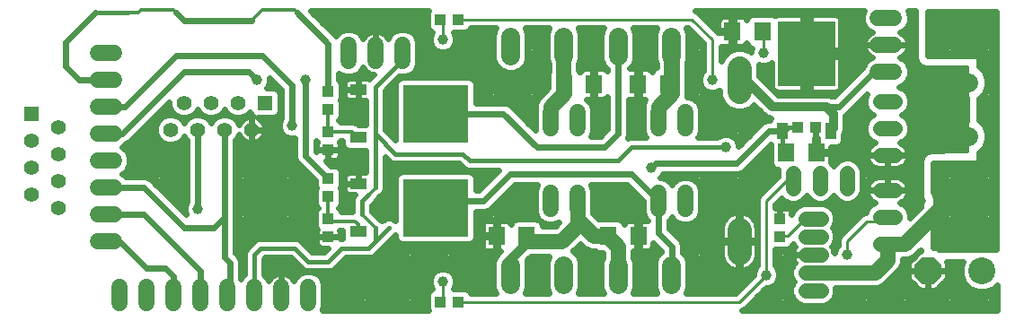
<source format=gbl>
G75*
%MOIN*%
%OFA0B0*%
%FSLAX24Y24*%
%IPPOS*%
%LPD*%
%AMOC8*
5,1,8,0,0,1.08239X$1,22.5*
%
%ADD10C,0.1000*%
%ADD11OC8,0.1000*%
%ADD12R,0.0630X0.0709*%
%ADD13C,0.0885*%
%ADD14C,0.0560*%
%ADD15C,0.0600*%
%ADD16R,0.0433X0.0394*%
%ADD17R,0.0394X0.0433*%
%ADD18R,0.2441X0.2126*%
%ADD19R,0.0630X0.0394*%
%ADD20C,0.0554*%
%ADD21R,0.0554X0.0554*%
%ADD22C,0.0705*%
%ADD23C,0.0554*%
%ADD24R,0.2126X0.2441*%
%ADD25R,0.0394X0.0630*%
%ADD26C,0.0320*%
%ADD27C,0.0240*%
%ADD28C,0.0160*%
%ADD29C,0.0396*%
%ADD30C,0.0100*%
%ADD31C,0.0120*%
D10*
X040954Y002283D03*
D11*
X038954Y002283D03*
D12*
X028205Y003583D03*
X027103Y003583D03*
X024055Y003583D03*
X022953Y003583D03*
X033703Y006683D03*
X034805Y006683D03*
X029305Y009233D03*
X028203Y009233D03*
X026555Y009233D03*
X025453Y009233D03*
X031703Y011183D03*
X032805Y011183D03*
D13*
X031954Y009826D02*
X031954Y008941D01*
X031954Y003826D02*
X031954Y002941D01*
D14*
X034704Y002213D02*
X036984Y002213D01*
X037454Y002683D01*
X037454Y003283D01*
X038104Y003283D01*
X040104Y005283D01*
X037734Y005283D02*
X037174Y005283D01*
X035954Y005353D02*
X035954Y005913D01*
X034954Y005913D02*
X034954Y005353D01*
X033954Y005353D02*
X033954Y005913D01*
X037174Y006583D02*
X037734Y006583D01*
X037734Y007583D02*
X037174Y007583D01*
X037174Y008583D02*
X037734Y008583D01*
X029454Y008883D02*
X029454Y010618D01*
X029438Y010633D01*
X029438Y009366D01*
X029305Y009233D01*
X029454Y008883D02*
X028954Y008383D01*
X028954Y007883D01*
X025454Y008883D02*
X025454Y009232D01*
X025453Y009233D01*
X025438Y009248D01*
X025438Y010633D01*
X025454Y008883D02*
X024954Y008383D01*
X024954Y007883D01*
X025954Y004883D02*
X025954Y004183D01*
X025954Y003983D01*
X025354Y003383D01*
X024154Y003383D01*
X025954Y004183D02*
X026554Y003583D01*
X027103Y003583D01*
X027154Y003532D02*
X027154Y003483D01*
X027454Y003183D01*
X027454Y002149D01*
X027470Y002133D01*
X037174Y003283D02*
X037734Y003283D01*
X037734Y004283D02*
X037174Y004283D01*
D15*
X008954Y001683D02*
X008954Y001083D01*
X009954Y001083D02*
X009954Y001683D01*
X010954Y001683D02*
X010954Y001083D01*
X011954Y001083D02*
X011954Y001683D01*
X012954Y001683D02*
X012954Y001083D01*
X013954Y001083D02*
X013954Y001683D01*
X014954Y001683D02*
X014954Y001083D01*
X015954Y001083D02*
X015954Y001683D01*
X008754Y003383D02*
X008154Y003383D01*
X008154Y004383D02*
X008754Y004383D01*
X008754Y005383D02*
X008154Y005383D01*
X008154Y006383D02*
X008754Y006383D01*
X008754Y007383D02*
X008154Y007383D01*
X008154Y008383D02*
X008754Y008383D01*
X008754Y009383D02*
X008154Y009383D01*
X008154Y010383D02*
X008754Y010383D01*
X017454Y010083D02*
X017454Y010683D01*
X018454Y010683D02*
X018454Y010083D01*
X019454Y010083D02*
X019454Y010683D01*
X024954Y008183D02*
X024954Y007583D01*
X025954Y007583D02*
X025954Y008183D01*
X028954Y008183D02*
X028954Y007583D01*
X029954Y007583D02*
X029954Y008183D01*
X037104Y009683D02*
X037704Y009683D01*
X037704Y010683D02*
X037104Y010683D01*
X037104Y011683D02*
X037704Y011683D01*
X029954Y005183D02*
X029954Y004583D01*
X028954Y004583D02*
X028954Y005183D01*
X025954Y005183D02*
X025954Y004583D01*
X024954Y004583D02*
X024954Y005183D01*
D16*
X016704Y005049D03*
X016704Y005718D03*
X016704Y006799D03*
X016704Y007468D03*
X016704Y008299D03*
X016704Y008968D03*
X016704Y004218D03*
X016704Y003549D03*
X033454Y003549D03*
X033454Y004218D03*
X034119Y007633D03*
X034788Y007633D03*
D17*
X021538Y011633D03*
X020869Y011633D03*
X020869Y001133D03*
X021538Y001133D03*
D18*
X020688Y004633D03*
X020688Y008133D03*
D19*
X017814Y007236D03*
X017814Y005531D03*
X017814Y003736D03*
X017814Y009031D03*
D20*
X013854Y007533D03*
X012854Y007533D03*
X011854Y007533D03*
X010854Y007533D03*
X011354Y008533D03*
X012354Y008533D03*
X013354Y008533D03*
X006704Y007633D03*
X005704Y007133D03*
X006704Y006633D03*
X005704Y006133D03*
X006704Y005633D03*
X005704Y005133D03*
X006704Y004633D03*
D21*
X005704Y008133D03*
X014354Y008533D03*
D22*
X023470Y010281D02*
X023470Y010986D01*
X025438Y010986D02*
X025438Y010281D01*
X027470Y010281D02*
X027470Y010986D01*
X029438Y010986D02*
X029438Y010281D01*
X039751Y009283D02*
X040456Y009283D01*
X040456Y011283D02*
X039751Y011283D01*
X039751Y007283D02*
X040456Y007283D01*
X040456Y005283D02*
X039751Y005283D01*
X029438Y002486D02*
X029438Y001781D01*
X027470Y001781D02*
X027470Y002486D01*
X025438Y002486D02*
X025438Y001781D01*
X023470Y001781D02*
X023470Y002486D01*
D23*
X034427Y002213D02*
X034981Y002213D01*
X034981Y001543D02*
X034427Y001543D01*
X034427Y002883D02*
X034981Y002883D01*
X034981Y003553D02*
X034427Y003553D01*
X034427Y004223D02*
X034981Y004223D01*
D24*
X034454Y010368D03*
D25*
X035351Y007494D03*
X033556Y007494D03*
D26*
X035204Y008383D02*
X035454Y008133D01*
X035454Y007596D01*
X035204Y008383D02*
X033204Y008383D01*
X032204Y009383D01*
X031954Y009383D01*
X024055Y003583D02*
X024055Y003482D01*
X024154Y003383D01*
X023470Y002699D01*
X023470Y002133D01*
D27*
X022837Y002053D02*
X021401Y002053D01*
X021432Y001978D02*
X021359Y002154D01*
X021225Y002289D01*
X021049Y002361D01*
X020859Y002361D01*
X020683Y002289D01*
X020548Y002154D01*
X020476Y001978D01*
X020476Y001788D01*
X020548Y001613D01*
X020556Y001605D01*
X020514Y001587D01*
X020435Y001508D01*
X020392Y001406D01*
X020392Y000861D01*
X020408Y000823D01*
X016474Y000823D01*
X016534Y000968D01*
X016534Y001799D01*
X016445Y002012D01*
X016282Y002175D01*
X016069Y002263D01*
X015838Y002263D01*
X015625Y002175D01*
X015462Y002012D01*
X015421Y001912D01*
X015399Y001956D01*
X015350Y002022D01*
X015293Y002080D01*
X015226Y002128D01*
X015153Y002165D01*
X015076Y002191D01*
X014995Y002203D01*
X014954Y002203D01*
X014954Y001383D01*
X014954Y001383D01*
X014954Y002203D01*
X014913Y002203D01*
X014832Y002191D01*
X014754Y002165D01*
X014681Y002128D01*
X014615Y002080D01*
X014557Y002022D01*
X014509Y001956D01*
X014487Y001912D01*
X014445Y002012D01*
X014314Y002144D01*
X014314Y002734D01*
X014353Y002773D01*
X015305Y002773D01*
X015750Y002328D01*
X015882Y002273D01*
X016775Y002273D01*
X016908Y002328D01*
X017353Y002773D01*
X018275Y002773D01*
X018408Y002828D01*
X018658Y003078D01*
X019188Y003608D01*
X019188Y003515D01*
X019230Y003412D01*
X019309Y003333D01*
X019412Y003290D01*
X021964Y003290D01*
X022067Y003333D01*
X022146Y003412D01*
X022189Y003515D01*
X022189Y004483D01*
X022533Y004483D01*
X022680Y004544D01*
X022793Y004657D01*
X023619Y005483D01*
X024450Y005483D01*
X024374Y005299D01*
X024374Y004468D01*
X024462Y004255D01*
X024625Y004092D01*
X024838Y004003D01*
X025069Y004003D01*
X025261Y004083D01*
X025122Y003943D01*
X024650Y003943D01*
X024650Y003993D01*
X024607Y004096D01*
X024529Y004175D01*
X024426Y004218D01*
X023684Y004218D01*
X023581Y004175D01*
X023503Y004096D01*
X023472Y004023D01*
X023444Y004073D01*
X023403Y004114D01*
X023352Y004143D01*
X023297Y004158D01*
X022990Y004158D01*
X022990Y003621D01*
X022915Y003621D01*
X022915Y004158D01*
X022609Y004158D01*
X022553Y004143D01*
X022503Y004114D01*
X022462Y004073D01*
X022433Y004023D01*
X022418Y003967D01*
X022418Y003621D01*
X022915Y003621D01*
X022915Y003546D01*
X022418Y003546D01*
X022418Y003200D01*
X022433Y003144D01*
X022462Y003094D01*
X022503Y003053D01*
X022553Y003024D01*
X022609Y003009D01*
X022915Y003009D01*
X022915Y003546D01*
X022990Y003546D01*
X022990Y003009D01*
X023098Y003009D01*
X022933Y002844D01*
X022837Y002612D01*
X022837Y001655D01*
X022916Y001463D01*
X021991Y001463D01*
X021973Y001508D01*
X021894Y001587D01*
X021791Y001630D01*
X021366Y001630D01*
X021432Y001788D01*
X021432Y001978D01*
X021432Y001814D02*
X022837Y001814D01*
X022870Y001576D02*
X021905Y001576D01*
X021988Y001472D02*
X021988Y003300D01*
X021749Y003290D02*
X021749Y001630D01*
X021511Y001630D02*
X021511Y003290D01*
X021272Y003290D02*
X021272Y002241D01*
X021218Y002291D02*
X022837Y002291D01*
X022837Y002530D02*
X017109Y002530D01*
X017218Y002638D02*
X017218Y000823D01*
X017456Y000823D02*
X017456Y002773D01*
X017348Y002768D02*
X022902Y002768D01*
X022942Y002853D02*
X022942Y003546D01*
X022915Y003484D02*
X022990Y003484D01*
X022942Y003621D02*
X022942Y004806D01*
X023051Y004915D02*
X024374Y004915D01*
X024374Y005153D02*
X023289Y005153D01*
X023180Y005044D02*
X023180Y004158D01*
X023419Y004098D02*
X023419Y005283D01*
X023528Y005392D02*
X024412Y005392D01*
X024373Y005483D02*
X024373Y004218D01*
X024470Y004199D02*
X024518Y004199D01*
X024611Y004106D02*
X024611Y004087D01*
X024650Y003961D02*
X025139Y003961D01*
X025088Y003943D02*
X025088Y004011D01*
X024850Y004003D02*
X024850Y003943D01*
X024134Y004218D02*
X024134Y005483D01*
X023896Y005483D02*
X023896Y004218D01*
X023657Y004206D02*
X023657Y005483D01*
X023454Y005883D02*
X022454Y004883D01*
X021454Y004883D01*
X022226Y004483D02*
X022226Y001463D01*
X022465Y001463D02*
X022465Y003091D01*
X022418Y003245D02*
X018825Y003245D01*
X018887Y003308D02*
X018887Y000823D01*
X018649Y000823D02*
X018649Y003069D01*
X018586Y003007D02*
X023096Y003007D01*
X022990Y003245D02*
X022915Y003245D01*
X022703Y003009D02*
X022703Y001463D01*
X024023Y001463D02*
X024102Y001655D01*
X024102Y002612D01*
X024073Y002681D01*
X024216Y002823D01*
X024893Y002823D01*
X024806Y002612D01*
X024806Y001655D01*
X024885Y001463D01*
X024023Y001463D01*
X024134Y001463D02*
X024134Y002742D01*
X024161Y002768D02*
X024870Y002768D01*
X024850Y002719D02*
X024850Y002823D01*
X024611Y002823D02*
X024611Y001463D01*
X024373Y001463D02*
X024373Y002823D01*
X024102Y002530D02*
X024806Y002530D01*
X024806Y002291D02*
X024102Y002291D01*
X024102Y002053D02*
X024806Y002053D01*
X024806Y001814D02*
X024102Y001814D01*
X024069Y001576D02*
X024838Y001576D01*
X024850Y001548D02*
X024850Y001463D01*
X025991Y001463D02*
X026071Y001655D01*
X026071Y002612D01*
X025974Y002844D01*
X025796Y003022D01*
X025788Y003026D01*
X025829Y003066D01*
X026054Y003291D01*
X026079Y003266D01*
X026237Y003109D01*
X026442Y003023D01*
X026597Y003023D01*
X026629Y002992D01*
X026732Y002949D01*
X026894Y002949D01*
X026894Y002749D01*
X026837Y002612D01*
X026837Y001655D01*
X026916Y001463D01*
X025991Y001463D01*
X026042Y001463D02*
X026042Y001587D01*
X026038Y001576D02*
X026870Y001576D01*
X026758Y001463D02*
X026758Y002949D01*
X026614Y003007D02*
X025812Y003007D01*
X025804Y003015D02*
X025804Y003041D01*
X026008Y003245D02*
X026100Y003245D01*
X026042Y003280D02*
X026042Y002680D01*
X026006Y002768D02*
X026894Y002768D01*
X026837Y002530D02*
X026071Y002530D01*
X026071Y002291D02*
X026837Y002291D01*
X026837Y002053D02*
X026071Y002053D01*
X026071Y001814D02*
X026837Y001814D01*
X026519Y001463D02*
X026519Y003023D01*
X026281Y003090D02*
X026281Y001463D01*
X028023Y001463D02*
X028102Y001655D01*
X028102Y002612D01*
X028014Y002825D01*
X028014Y003009D01*
X028167Y003009D01*
X028167Y003546D01*
X028242Y003546D01*
X028242Y003009D01*
X028549Y003009D01*
X028605Y003024D01*
X028655Y003053D01*
X028696Y003094D01*
X028725Y003144D01*
X028740Y003200D01*
X028740Y003332D01*
X029054Y003018D01*
X029054Y002996D01*
X028902Y002844D01*
X028806Y002612D01*
X028806Y001655D01*
X028885Y001463D01*
X028023Y001463D01*
X028069Y001576D02*
X028838Y001576D01*
X028666Y001463D02*
X028666Y003064D01*
X028740Y003245D02*
X028826Y003245D01*
X028904Y003167D02*
X028904Y002847D01*
X028870Y002768D02*
X028037Y002768D01*
X028014Y003007D02*
X029054Y003007D01*
X029454Y003183D02*
X029454Y002149D01*
X029438Y002133D01*
X028806Y002053D02*
X028102Y002053D01*
X028102Y001814D02*
X028806Y001814D01*
X028806Y002291D02*
X028102Y002291D01*
X028102Y002530D02*
X028806Y002530D01*
X029854Y002965D02*
X029854Y003263D01*
X029793Y003410D01*
X029680Y003522D01*
X029354Y003849D01*
X029354Y004163D01*
X029445Y004255D01*
X029454Y004275D01*
X029462Y004255D01*
X029625Y004092D01*
X029838Y004003D01*
X030069Y004003D01*
X030282Y004092D01*
X030445Y004255D01*
X030534Y004468D01*
X030534Y005299D01*
X030445Y005512D01*
X030282Y005675D01*
X030069Y005763D01*
X029838Y005763D01*
X029625Y005675D01*
X029462Y005512D01*
X029454Y005492D01*
X029445Y005512D01*
X029282Y005675D01*
X029069Y005763D01*
X029010Y005763D01*
X029109Y005863D01*
X029118Y005883D01*
X031933Y005883D01*
X032080Y005944D01*
X033108Y006972D01*
X033108Y006273D01*
X033150Y006170D01*
X033229Y006092D01*
X033332Y006049D01*
X033404Y006049D01*
X033394Y006025D01*
X033394Y005790D01*
X032767Y005163D01*
X032674Y005070D01*
X032624Y004949D01*
X032624Y002479D01*
X032548Y002404D01*
X032476Y002228D01*
X032476Y002122D01*
X031817Y001463D01*
X029991Y001463D01*
X030071Y001655D01*
X030071Y002612D01*
X029974Y002844D01*
X029854Y002965D01*
X029858Y002960D02*
X029858Y004003D01*
X030097Y004015D02*
X030097Y001463D01*
X030038Y001576D02*
X031930Y001576D01*
X032005Y001651D02*
X032005Y002279D01*
X031997Y002278D02*
X032083Y002290D01*
X032167Y002312D01*
X032247Y002345D01*
X032323Y002389D01*
X032392Y002442D01*
X032453Y002503D01*
X032506Y002572D01*
X032549Y002647D01*
X032582Y002727D01*
X032605Y002811D01*
X032616Y002897D01*
X032616Y003356D01*
X031981Y003356D01*
X031981Y002278D01*
X031997Y002278D01*
X031981Y002291D02*
X031926Y002291D01*
X031926Y002278D02*
X031926Y003356D01*
X031291Y003356D01*
X031291Y002897D01*
X031303Y002811D01*
X031325Y002727D01*
X031358Y002647D01*
X031402Y002572D01*
X031455Y002503D01*
X031516Y002442D01*
X031585Y002389D01*
X031660Y002345D01*
X031740Y002312D01*
X031824Y002290D01*
X031910Y002278D01*
X031926Y002278D01*
X031818Y002291D02*
X030071Y002291D01*
X030071Y002530D02*
X031434Y002530D01*
X031528Y002433D02*
X031528Y001463D01*
X031766Y001463D02*
X031766Y002305D01*
X031926Y002530D02*
X031981Y002530D01*
X032090Y002291D02*
X032502Y002291D01*
X032482Y002243D02*
X032482Y002541D01*
X032473Y002530D02*
X032624Y002530D01*
X032243Y002344D02*
X032243Y001890D01*
X032168Y001814D02*
X030071Y001814D01*
X030071Y002053D02*
X032407Y002053D01*
X032942Y001655D02*
X033049Y001655D01*
X033225Y001728D01*
X033359Y001863D01*
X033432Y002038D01*
X033432Y002228D01*
X033359Y002404D01*
X033284Y002479D01*
X033284Y003072D01*
X033726Y003072D01*
X033829Y003114D01*
X033908Y003193D01*
X033940Y003272D01*
X033954Y003238D01*
X034021Y003171D01*
X034001Y003144D01*
X033966Y003074D01*
X033942Y003000D01*
X033929Y002922D01*
X033929Y002883D01*
X033929Y002844D01*
X033942Y002767D01*
X033966Y002692D01*
X034001Y002623D01*
X034021Y002596D01*
X033954Y002529D01*
X033869Y002324D01*
X033869Y002103D01*
X033954Y001898D01*
X033974Y001878D01*
X033954Y001859D01*
X033869Y001654D01*
X033869Y001433D01*
X033954Y001228D01*
X034111Y001071D01*
X034316Y000986D01*
X035092Y000986D01*
X035297Y001071D01*
X035453Y001228D01*
X035538Y001433D01*
X035538Y001653D01*
X037095Y001653D01*
X037301Y001739D01*
X037771Y002209D01*
X037929Y002366D01*
X038014Y002572D01*
X038014Y002723D01*
X038215Y002723D01*
X038421Y002809D01*
X038674Y003061D01*
X038674Y003003D01*
X038656Y003003D01*
X038234Y002582D01*
X038234Y002283D01*
X038234Y001985D01*
X038656Y001563D01*
X038954Y001563D01*
X039252Y001563D01*
X039674Y001985D01*
X039674Y002283D01*
X038954Y002283D01*
X038954Y001563D01*
X038954Y002283D01*
X038954Y002283D01*
X038954Y002283D01*
X039674Y002283D01*
X039674Y002582D01*
X039652Y002603D01*
X040242Y002603D01*
X040174Y002438D01*
X040174Y002128D01*
X040293Y001841D01*
X040512Y001622D01*
X040799Y001503D01*
X041109Y001503D01*
X041396Y001622D01*
X041514Y001740D01*
X041514Y000823D01*
X032068Y000823D01*
X032141Y000854D01*
X032942Y001655D01*
X032959Y001655D02*
X032959Y000823D01*
X033197Y000823D02*
X033197Y001717D01*
X033311Y001814D02*
X033936Y001814D01*
X033913Y001759D02*
X033913Y001998D01*
X033890Y002053D02*
X033432Y002053D01*
X033406Y002291D02*
X033869Y002291D01*
X033913Y002429D02*
X033913Y003206D01*
X033929Y003245D02*
X033951Y003245D01*
X033944Y003007D02*
X033284Y003007D01*
X033436Y003072D02*
X033436Y000823D01*
X033674Y000823D02*
X033674Y003072D01*
X033929Y002883D02*
X034704Y002883D01*
X033929Y002883D01*
X033941Y002768D02*
X033284Y002768D01*
X032624Y002768D02*
X032593Y002768D01*
X032616Y003007D02*
X032624Y003007D01*
X032616Y003245D02*
X032624Y003245D01*
X032616Y003411D02*
X032616Y003869D01*
X032605Y003955D01*
X032582Y004039D01*
X032549Y004119D01*
X032506Y004195D01*
X032453Y004264D01*
X032392Y004325D01*
X032323Y004378D01*
X032247Y004421D01*
X032167Y004455D01*
X032083Y004477D01*
X031997Y004488D01*
X031981Y004488D01*
X031981Y003411D01*
X031926Y003411D01*
X031926Y003356D01*
X031981Y003356D01*
X031981Y003411D01*
X032616Y003411D01*
X032616Y003484D02*
X032624Y003484D01*
X032482Y003411D02*
X032482Y003356D01*
X032243Y003356D02*
X032243Y003411D01*
X032005Y003411D02*
X032005Y003356D01*
X031926Y003411D02*
X031291Y003411D01*
X031291Y003869D01*
X031303Y003955D01*
X031325Y004039D01*
X031358Y004119D01*
X031402Y004195D01*
X031455Y004264D01*
X031516Y004325D01*
X031585Y004378D01*
X031660Y004421D01*
X031740Y004455D01*
X031824Y004477D01*
X031910Y004488D01*
X031926Y004488D01*
X031926Y003411D01*
X031926Y003484D02*
X031981Y003484D01*
X031766Y003411D02*
X031766Y003356D01*
X031926Y003245D02*
X031981Y003245D01*
X031981Y003007D02*
X031926Y003007D01*
X031291Y003007D02*
X029854Y003007D01*
X029854Y003245D02*
X031291Y003245D01*
X031528Y003356D02*
X031528Y003411D01*
X031291Y003484D02*
X029719Y003484D01*
X029620Y003583D02*
X029620Y004097D01*
X029518Y004199D02*
X029390Y004199D01*
X029381Y004191D02*
X029381Y003821D01*
X029480Y003722D02*
X031291Y003722D01*
X031304Y003961D02*
X029354Y003961D01*
X028954Y003683D02*
X029454Y003183D01*
X028427Y003009D02*
X028427Y001463D01*
X028189Y001463D02*
X028189Y003546D01*
X028167Y003484D02*
X028242Y003484D01*
X028242Y003621D02*
X028167Y003621D01*
X028167Y004158D01*
X027861Y004158D01*
X027805Y004143D01*
X027755Y004114D01*
X027714Y004073D01*
X027685Y004023D01*
X027655Y004096D01*
X027576Y004175D01*
X027473Y004218D01*
X026732Y004218D01*
X026717Y004212D01*
X026514Y004415D01*
X026514Y004420D01*
X026534Y004468D01*
X026534Y005299D01*
X026457Y005483D01*
X027788Y005483D01*
X028374Y004898D01*
X028374Y004468D01*
X028462Y004255D01*
X028554Y004163D01*
X028554Y004156D01*
X028549Y004158D01*
X028242Y004158D01*
X028242Y003621D01*
X028189Y003621D02*
X028189Y005083D01*
X028118Y005153D02*
X026534Y005153D01*
X026519Y005334D02*
X026519Y005483D01*
X026495Y005392D02*
X027880Y005392D01*
X027950Y005321D02*
X027950Y004158D01*
X027712Y004069D02*
X027712Y005483D01*
X027473Y005483D02*
X027473Y004218D01*
X027517Y004199D02*
X028518Y004199D01*
X028427Y004158D02*
X028427Y004339D01*
X028386Y004438D02*
X026521Y004438D01*
X026519Y004433D02*
X026519Y004410D01*
X026758Y004218D02*
X026758Y005483D01*
X026996Y005483D02*
X026996Y004218D01*
X027235Y004218D02*
X027235Y005483D01*
X027954Y005883D02*
X023454Y005883D01*
X023028Y006023D02*
X022288Y005283D01*
X022189Y005283D01*
X022189Y005752D01*
X022146Y005855D01*
X022067Y005934D01*
X021964Y005976D01*
X019412Y005976D01*
X019309Y005934D01*
X019230Y005855D01*
X019188Y005752D01*
X019188Y004159D01*
X019158Y004189D01*
X019025Y004243D01*
X018882Y004243D01*
X018750Y004189D01*
X018704Y004142D01*
X018658Y004189D01*
X018585Y004219D01*
X018314Y004490D01*
X018314Y004734D01*
X018509Y004929D01*
X018539Y005002D01*
X018585Y005048D01*
X018658Y005078D01*
X018759Y005179D01*
X018814Y005312D01*
X018814Y006514D01*
X019000Y006328D01*
X019132Y006273D01*
X021555Y006273D01*
X021750Y006078D01*
X021882Y006023D01*
X023028Y006023D01*
X022942Y006023D02*
X022942Y005937D01*
X022874Y005869D02*
X022132Y005869D01*
X021988Y005967D02*
X021988Y006023D01*
X022226Y006023D02*
X022226Y005283D01*
X022189Y005392D02*
X022397Y005392D01*
X022465Y005460D02*
X022465Y006023D01*
X022703Y006023D02*
X022703Y005699D01*
X022635Y005630D02*
X022189Y005630D01*
X021749Y005976D02*
X021749Y006079D01*
X021721Y006107D02*
X018814Y006107D01*
X018814Y006346D02*
X018982Y006346D01*
X018887Y006441D02*
X018887Y004243D01*
X018776Y004199D02*
X018632Y004199D01*
X018649Y004192D02*
X018649Y005074D01*
X018733Y005153D02*
X019188Y005153D01*
X019188Y004915D02*
X018494Y004915D01*
X018410Y004831D02*
X018410Y004394D01*
X018366Y004438D02*
X019188Y004438D01*
X019188Y004199D02*
X019132Y004199D01*
X019126Y004202D02*
X019126Y006276D01*
X019364Y006273D02*
X019364Y005957D01*
X019244Y005869D02*
X018814Y005869D01*
X018814Y005630D02*
X019188Y005630D01*
X019188Y005392D02*
X018814Y005392D01*
X017814Y005531D02*
X017814Y005531D01*
X017814Y005948D01*
X017470Y005948D01*
X017414Y005933D01*
X017364Y005904D01*
X017323Y005863D01*
X017294Y005813D01*
X017279Y005757D01*
X017279Y005531D01*
X017814Y005531D01*
X017814Y005531D01*
X017814Y005948D01*
X018094Y005948D01*
X018094Y006759D01*
X017443Y006759D01*
X017340Y006801D01*
X017262Y006880D01*
X017219Y006983D01*
X017219Y007128D01*
X017164Y007128D01*
X017158Y007113D01*
X017125Y007080D01*
X017140Y007025D01*
X017140Y006799D01*
X016704Y006799D01*
X016704Y006799D01*
X017140Y006799D01*
X017140Y006573D01*
X017125Y006517D01*
X017096Y006467D01*
X017055Y006426D01*
X017005Y006397D01*
X016949Y006382D01*
X016704Y006382D01*
X016704Y006799D01*
X016704Y006799D01*
X016267Y006799D01*
X016267Y007025D01*
X016282Y007080D01*
X016254Y007109D01*
X016254Y006734D01*
X016267Y006720D01*
X016267Y006799D01*
X016704Y006799D01*
X016704Y006799D01*
X016704Y006382D01*
X016606Y006382D01*
X016793Y006195D01*
X016976Y006195D01*
X017079Y006152D01*
X017158Y006073D01*
X017200Y005971D01*
X017200Y005465D01*
X017166Y005383D01*
X017200Y005301D01*
X017200Y004796D01*
X017158Y004693D01*
X017098Y004633D01*
X017158Y004573D01*
X017199Y004473D01*
X017594Y004473D01*
X017594Y004955D01*
X017649Y005087D01*
X017675Y005114D01*
X017470Y005114D01*
X017414Y005129D01*
X017364Y005158D01*
X017323Y005199D01*
X017294Y005249D01*
X017279Y005305D01*
X017279Y005531D01*
X017814Y005531D01*
X017814Y005630D02*
X017814Y005630D01*
X017695Y005531D02*
X017695Y005531D01*
X017456Y005531D02*
X017456Y005531D01*
X017279Y005630D02*
X017200Y005630D01*
X017170Y005392D02*
X017279Y005392D01*
X017200Y005153D02*
X017372Y005153D01*
X017456Y005118D02*
X017456Y004473D01*
X017218Y004473D02*
X017218Y007128D01*
X017219Y007061D02*
X017130Y007061D01*
X017140Y006823D02*
X017319Y006823D01*
X017456Y006759D02*
X017456Y005944D01*
X017329Y005869D02*
X017200Y005869D01*
X017695Y005948D02*
X017695Y006759D01*
X017933Y006759D02*
X017933Y005948D01*
X017814Y005869D02*
X017814Y005869D01*
X018094Y006107D02*
X017124Y006107D01*
X016979Y006193D02*
X016979Y006390D01*
X016741Y006382D02*
X016741Y006247D01*
X016642Y006346D02*
X018094Y006346D01*
X018094Y006584D02*
X017140Y006584D01*
X016979Y006799D02*
X016979Y006799D01*
X016741Y006799D02*
X016741Y006799D01*
X016704Y006584D02*
X016704Y006584D01*
X016502Y006799D02*
X016502Y006799D01*
X016267Y006823D02*
X016254Y006823D01*
X016264Y006724D02*
X016264Y007099D01*
X016254Y007061D02*
X016277Y007061D01*
X015454Y007061D02*
X014010Y007061D01*
X014045Y007073D02*
X014114Y007108D01*
X014178Y007154D01*
X014233Y007209D01*
X014279Y007273D01*
X014315Y007342D01*
X014339Y007417D01*
X014351Y007494D01*
X014351Y007533D01*
X013854Y007533D01*
X013854Y007036D01*
X013893Y007036D01*
X013970Y007048D01*
X014045Y007073D01*
X014117Y007110D02*
X014117Y003487D01*
X014109Y003484D02*
X013254Y003484D01*
X013879Y003317D02*
X013879Y007036D01*
X013854Y007036D02*
X013854Y007533D01*
X013854Y007533D01*
X013854Y007533D01*
X014351Y007533D01*
X014351Y007572D01*
X014339Y007650D01*
X014315Y007724D01*
X014279Y007794D01*
X014233Y007857D01*
X014178Y007913D01*
X014114Y007959D01*
X014080Y007976D01*
X014687Y007976D01*
X014790Y008019D01*
X014868Y008098D01*
X014911Y008200D01*
X014911Y008866D01*
X014868Y008969D01*
X014790Y009048D01*
X014687Y009090D01*
X014437Y009090D01*
X014459Y009113D01*
X014532Y009288D01*
X014532Y009440D01*
X014954Y009018D01*
X014954Y007959D01*
X014948Y007954D01*
X014876Y007778D01*
X014876Y007588D01*
X014948Y007413D01*
X015083Y007278D01*
X015259Y007205D01*
X015449Y007205D01*
X015454Y007207D01*
X015454Y006488D01*
X015515Y006341D01*
X016207Y005649D01*
X016207Y005465D01*
X016241Y005383D01*
X016207Y005301D01*
X016207Y004796D01*
X016250Y004693D01*
X016310Y004633D01*
X016250Y004573D01*
X016207Y004471D01*
X016207Y003965D01*
X016250Y003863D01*
X016282Y003830D01*
X016267Y003775D01*
X016267Y003549D01*
X016704Y003549D01*
X017140Y003549D01*
X017140Y003775D01*
X017135Y003793D01*
X017219Y003793D01*
X017219Y003493D01*
X017140Y003493D01*
X017140Y003549D01*
X016704Y003549D01*
X016704Y003549D01*
X016704Y003549D01*
X016267Y003549D01*
X016267Y003323D01*
X016282Y003267D01*
X016311Y003217D01*
X016352Y003176D01*
X016402Y003147D01*
X016458Y003132D01*
X016693Y003132D01*
X016555Y002993D01*
X016103Y002993D01*
X015658Y003439D01*
X015525Y003493D01*
X014132Y003493D01*
X014000Y003439D01*
X013750Y003189D01*
X013649Y003087D01*
X013594Y002955D01*
X013594Y002144D01*
X013462Y002012D01*
X013454Y001992D01*
X013454Y002663D01*
X013393Y002810D01*
X013280Y002922D01*
X013254Y002949D01*
X013254Y004363D01*
X013254Y007145D01*
X013326Y007218D01*
X013386Y007363D01*
X013393Y007342D01*
X013429Y007273D01*
X013475Y007209D01*
X013530Y007154D01*
X013593Y007108D01*
X013663Y007073D01*
X013737Y007048D01*
X013815Y007036D01*
X013854Y007036D01*
X013854Y007061D02*
X013854Y007061D01*
X013698Y007061D02*
X013254Y007061D01*
X013640Y007084D02*
X013640Y003067D01*
X013615Y003007D02*
X013254Y003007D01*
X013254Y003245D02*
X013807Y003245D01*
X014356Y003493D02*
X014356Y007976D01*
X014288Y007777D02*
X014876Y007777D01*
X014954Y008015D02*
X014781Y008015D01*
X014833Y008062D02*
X014833Y003493D01*
X015071Y003493D02*
X015071Y007290D01*
X015061Y007300D02*
X014293Y007300D01*
X014351Y007538D02*
X014896Y007538D01*
X015354Y007683D02*
X015354Y009183D01*
X014254Y010283D01*
X011054Y010283D01*
X009154Y008383D01*
X008454Y008383D01*
X010013Y007777D02*
X010352Y007777D01*
X010381Y007849D02*
X010297Y007644D01*
X010297Y007423D01*
X010381Y007218D01*
X010538Y007061D01*
X010743Y006976D01*
X010965Y006976D01*
X011169Y007061D01*
X011326Y007218D01*
X011354Y007284D01*
X011381Y007218D01*
X011454Y007145D01*
X011454Y004859D01*
X011448Y004854D01*
X011376Y004678D01*
X011376Y004488D01*
X011419Y004384D01*
X010080Y005722D01*
X009933Y005783D01*
X009174Y005783D01*
X009082Y005875D01*
X009062Y005883D01*
X009082Y005892D01*
X009245Y006055D01*
X009334Y006268D01*
X009334Y006499D01*
X009245Y006712D01*
X009082Y006875D01*
X009062Y006883D01*
X009082Y006892D01*
X009203Y007012D01*
X009280Y007044D01*
X010797Y008560D01*
X010797Y008423D01*
X010881Y008218D01*
X011038Y008061D01*
X011243Y007976D01*
X011465Y007976D01*
X011669Y008061D01*
X011826Y008218D01*
X011854Y008284D01*
X011881Y008218D01*
X012038Y008061D01*
X012243Y007976D01*
X012465Y007976D01*
X012669Y008061D01*
X012826Y008218D01*
X012854Y008284D01*
X012881Y008218D01*
X013038Y008061D01*
X013243Y007976D01*
X013465Y007976D01*
X013669Y008061D01*
X013800Y008192D01*
X013839Y008098D01*
X013909Y008028D01*
X013893Y008030D01*
X013854Y008030D01*
X013854Y007533D01*
X013854Y007533D01*
X013854Y008030D01*
X013815Y008030D01*
X013737Y008018D01*
X013663Y007994D01*
X013593Y007959D01*
X013530Y007913D01*
X013475Y007857D01*
X013429Y007794D01*
X013393Y007724D01*
X013386Y007704D01*
X013326Y007849D01*
X013169Y008006D01*
X012965Y008090D01*
X012743Y008090D01*
X012538Y008006D01*
X012381Y007849D01*
X012354Y007782D01*
X012326Y007849D01*
X012169Y008006D01*
X011965Y008090D01*
X011743Y008090D01*
X011538Y008006D01*
X011381Y007849D01*
X011354Y007782D01*
X011326Y007849D01*
X011169Y008006D01*
X010965Y008090D01*
X010743Y008090D01*
X010538Y008006D01*
X010381Y007849D01*
X010301Y007655D02*
X010301Y008065D01*
X010251Y008015D02*
X010562Y008015D01*
X010540Y008006D02*
X010540Y008304D01*
X010490Y008254D02*
X010866Y008254D01*
X010778Y008090D02*
X010778Y008542D01*
X010797Y008492D02*
X010728Y008492D01*
X011017Y008082D02*
X011017Y008069D01*
X011146Y008015D02*
X011148Y008015D01*
X011255Y007976D02*
X011255Y007920D01*
X011494Y007961D02*
X011494Y007988D01*
X011559Y008015D02*
X011562Y008015D01*
X011732Y008086D02*
X011732Y008124D01*
X011841Y008254D02*
X011866Y008254D01*
X011971Y008128D02*
X011971Y008088D01*
X012146Y008015D02*
X012148Y008015D01*
X012209Y007990D02*
X012209Y007966D01*
X012448Y007976D02*
X012448Y007915D01*
X012559Y008015D02*
X012562Y008015D01*
X012686Y008067D02*
X012686Y008078D01*
X012841Y008254D02*
X012866Y008254D01*
X012925Y008174D02*
X012925Y008090D01*
X013146Y008015D02*
X013148Y008015D01*
X013163Y008008D02*
X013163Y008009D01*
X013402Y007976D02*
X013402Y007741D01*
X013420Y007777D02*
X013356Y007777D01*
X013559Y008015D02*
X013728Y008015D01*
X013640Y007983D02*
X013640Y008049D01*
X013854Y008015D02*
X013854Y008015D01*
X013879Y008030D02*
X013879Y008058D01*
X014117Y007976D02*
X014117Y007956D01*
X013854Y007777D02*
X013854Y007777D01*
X013854Y007538D02*
X013854Y007538D01*
X013879Y007533D02*
X013879Y007533D01*
X013854Y007300D02*
X013854Y007300D01*
X014117Y007533D02*
X014117Y007533D01*
X013415Y007300D02*
X013360Y007300D01*
X013402Y007325D02*
X013402Y002788D01*
X013410Y002768D02*
X013594Y002768D01*
X014348Y002768D02*
X015310Y002768D01*
X015310Y002063D01*
X015320Y002053D02*
X015503Y002053D01*
X015548Y002098D02*
X015548Y002530D01*
X014314Y002530D01*
X014314Y002291D02*
X015839Y002291D01*
X015787Y002313D02*
X015787Y002242D01*
X016025Y002263D02*
X016025Y002273D01*
X016264Y002273D02*
X016264Y002183D01*
X016405Y002053D02*
X020506Y002053D01*
X020557Y002163D02*
X020557Y003290D01*
X020795Y003290D02*
X020795Y002335D01*
X020689Y002291D02*
X016819Y002291D01*
X016741Y002273D02*
X016741Y000823D01*
X016979Y000823D02*
X016979Y002400D01*
X016502Y002273D02*
X016502Y001875D01*
X016527Y001814D02*
X020476Y001814D01*
X020502Y001576D02*
X016534Y001576D01*
X016534Y001337D02*
X020392Y001337D01*
X020392Y001099D02*
X016534Y001099D01*
X016502Y000892D02*
X016502Y000823D01*
X016489Y000860D02*
X020393Y000860D01*
X020318Y000823D02*
X020318Y003290D01*
X020080Y003290D02*
X020080Y000823D01*
X019841Y000823D02*
X019841Y003290D01*
X019603Y003290D02*
X019603Y000823D01*
X019364Y000823D02*
X019364Y003310D01*
X019200Y003484D02*
X019063Y003484D01*
X019126Y003546D02*
X019126Y000823D01*
X018410Y000823D02*
X018410Y002831D01*
X018172Y002773D02*
X018172Y000823D01*
X017933Y000823D02*
X017933Y002773D01*
X017695Y002773D02*
X017695Y000823D01*
X014954Y001576D02*
X014954Y001576D01*
X014954Y001814D02*
X014954Y001814D01*
X014954Y002053D02*
X014954Y002053D01*
X015071Y002191D02*
X015071Y002773D01*
X014833Y002773D02*
X014833Y002191D01*
X014594Y002059D02*
X014594Y002773D01*
X014356Y002773D02*
X014356Y002102D01*
X014405Y002053D02*
X014588Y002053D01*
X013594Y002291D02*
X013454Y002291D01*
X013454Y002530D02*
X013594Y002530D01*
X013054Y002583D02*
X012854Y002783D01*
X012854Y004283D01*
X012454Y003883D01*
X011354Y003883D01*
X009854Y005383D01*
X008454Y005383D01*
X009347Y005783D02*
X009347Y007111D01*
X009297Y007061D02*
X010538Y007061D01*
X010540Y007060D02*
X010540Y005263D01*
X010649Y005153D02*
X011454Y005153D01*
X011454Y004915D02*
X010888Y004915D01*
X010778Y005025D02*
X010778Y006976D01*
X011017Y006998D02*
X011017Y004786D01*
X011126Y004676D02*
X011376Y004676D01*
X011255Y004548D02*
X011255Y007147D01*
X011170Y007061D02*
X011454Y007061D01*
X011454Y006823D02*
X009135Y006823D01*
X009109Y006849D02*
X009109Y006918D01*
X009298Y006584D02*
X011454Y006584D01*
X011454Y006346D02*
X009334Y006346D01*
X009267Y006107D02*
X011454Y006107D01*
X011454Y005869D02*
X009089Y005869D01*
X009109Y005849D02*
X009109Y005918D01*
X009586Y005783D02*
X009586Y007350D01*
X009536Y007300D02*
X010347Y007300D01*
X010301Y007411D02*
X010301Y005502D01*
X010411Y005392D02*
X011454Y005392D01*
X011454Y005630D02*
X010172Y005630D01*
X010063Y005730D02*
X010063Y007827D01*
X009824Y007588D02*
X009824Y005783D01*
X011854Y004583D02*
X011854Y007533D01*
X012854Y007533D02*
X012854Y004283D01*
X013254Y004199D02*
X016207Y004199D01*
X016207Y004438D02*
X013254Y004438D01*
X013254Y004676D02*
X016267Y004676D01*
X016264Y004679D02*
X016264Y004587D01*
X017141Y004676D02*
X017594Y004676D01*
X017594Y004915D02*
X017200Y004915D01*
X016207Y004915D02*
X013254Y004915D01*
X013254Y005153D02*
X016207Y005153D01*
X016238Y005392D02*
X013254Y005392D01*
X013254Y005630D02*
X016207Y005630D01*
X016704Y005718D02*
X015854Y006568D01*
X015854Y009383D01*
X014833Y009139D02*
X014833Y009005D01*
X014868Y008969D02*
X014954Y008969D01*
X014764Y009208D02*
X014499Y009208D01*
X014594Y009090D02*
X014594Y009377D01*
X014054Y009383D02*
X013754Y009683D01*
X011354Y009683D01*
X009054Y007383D01*
X008454Y007383D01*
X009774Y007538D02*
X010297Y007538D01*
X013254Y006823D02*
X015454Y006823D01*
X015454Y006584D02*
X013254Y006584D01*
X013254Y006346D02*
X015513Y006346D01*
X015548Y006308D02*
X015548Y003484D01*
X016267Y003484D01*
X016502Y003549D02*
X016502Y003549D01*
X016741Y003549D02*
X016741Y003549D01*
X016979Y003549D02*
X016979Y003549D01*
X017218Y003493D02*
X017218Y003793D01*
X017219Y003722D02*
X017140Y003722D01*
X016267Y003722D02*
X013254Y003722D01*
X013254Y003961D02*
X016209Y003961D01*
X016264Y003849D02*
X016264Y002993D01*
X016089Y003007D02*
X016568Y003007D01*
X016502Y002993D02*
X016502Y003132D01*
X016295Y003245D02*
X015851Y003245D01*
X015787Y003309D02*
X015787Y006069D01*
X015749Y006107D02*
X013254Y006107D01*
X013254Y005869D02*
X015987Y005869D01*
X016025Y005831D02*
X016025Y003071D01*
X015310Y003493D02*
X015310Y007205D01*
X017098Y007883D02*
X017158Y007943D01*
X017200Y008046D01*
X017200Y008551D01*
X017166Y008633D01*
X017200Y008715D01*
X017200Y009221D01*
X017158Y009323D01*
X017104Y009377D01*
X017104Y009613D01*
X017125Y009592D01*
X017338Y009503D01*
X017569Y009503D01*
X017782Y009592D01*
X017945Y009755D01*
X017987Y009854D01*
X018009Y009811D01*
X018057Y009745D01*
X018115Y009687D01*
X018181Y009639D01*
X018254Y009601D01*
X018332Y009576D01*
X018380Y009569D01*
X018250Y009439D01*
X018233Y009422D01*
X018214Y009433D01*
X018158Y009448D01*
X017814Y009448D01*
X017470Y009448D01*
X017414Y009433D01*
X017364Y009404D01*
X017323Y009363D01*
X017294Y009313D01*
X017279Y009257D01*
X017279Y009031D01*
X017814Y009031D01*
X017814Y009448D01*
X017814Y009031D01*
X017814Y009031D01*
X017814Y009031D01*
X017279Y009031D01*
X017279Y008805D01*
X017294Y008749D01*
X017323Y008699D01*
X017364Y008658D01*
X017414Y008629D01*
X017470Y008614D01*
X017814Y008614D01*
X017814Y009031D01*
X017814Y009031D01*
X017814Y008614D01*
X018094Y008614D01*
X018094Y007713D01*
X017818Y007713D01*
X017774Y007756D01*
X017649Y007808D01*
X017164Y007808D01*
X017158Y007823D01*
X017098Y007883D01*
X017218Y007808D02*
X017218Y009553D01*
X017104Y009446D02*
X017465Y009446D01*
X017456Y009444D02*
X017456Y009503D01*
X017695Y009555D02*
X017695Y009448D01*
X017814Y009446D02*
X017814Y009446D01*
X017933Y009448D02*
X017933Y009743D01*
X017876Y009685D02*
X018118Y009685D01*
X018172Y009645D02*
X018172Y009444D01*
X018163Y009446D02*
X018258Y009446D01*
X017814Y009208D02*
X017814Y009208D01*
X017695Y009031D02*
X017695Y009031D01*
X017814Y008969D02*
X017814Y008969D01*
X017456Y009031D02*
X017456Y009031D01*
X017279Y008969D02*
X017200Y008969D01*
X017200Y009208D02*
X017279Y009208D01*
X016704Y008968D02*
X016704Y010733D01*
X015554Y011883D01*
X016059Y011943D02*
X020408Y011943D01*
X020392Y011906D01*
X020392Y011361D01*
X020435Y011258D01*
X020514Y011179D01*
X020556Y011162D01*
X020548Y011154D01*
X020476Y010978D01*
X020476Y010788D01*
X020548Y010613D01*
X020683Y010478D01*
X020859Y010405D01*
X021049Y010405D01*
X021225Y010478D01*
X021359Y010613D01*
X021432Y010788D01*
X021432Y010978D01*
X021366Y011137D01*
X021791Y011137D01*
X021894Y011179D01*
X021973Y011258D01*
X021991Y011303D01*
X022916Y011303D01*
X022837Y011112D01*
X022837Y010155D01*
X022933Y009923D01*
X020015Y009923D01*
X020034Y009968D02*
X020034Y010799D01*
X019945Y011012D01*
X019782Y011175D01*
X019569Y011263D01*
X019338Y011263D01*
X019125Y011175D01*
X018962Y011012D01*
X018921Y010912D01*
X018899Y010956D01*
X018850Y011022D01*
X018793Y011080D01*
X018726Y011128D01*
X018653Y011165D01*
X018576Y011191D01*
X018495Y011203D01*
X018454Y011203D01*
X018454Y010383D01*
X018454Y010383D01*
X018454Y011203D01*
X018413Y011203D01*
X018332Y011191D01*
X018254Y011165D01*
X018181Y011128D01*
X018115Y011080D01*
X018057Y011022D01*
X018009Y010956D01*
X017987Y010912D01*
X017945Y011012D01*
X017782Y011175D01*
X017569Y011263D01*
X017338Y011263D01*
X017125Y011175D01*
X016976Y011026D01*
X016059Y011943D01*
X016171Y011831D02*
X020392Y011831D01*
X020318Y011943D02*
X020318Y009476D01*
X020080Y009476D02*
X020080Y011943D01*
X019841Y011943D02*
X019841Y011116D01*
X019842Y011116D02*
X020533Y011116D01*
X020476Y010877D02*
X020001Y010877D01*
X020034Y010639D02*
X020538Y010639D01*
X020557Y010604D02*
X020557Y009476D01*
X020795Y009476D02*
X020795Y010431D01*
X021034Y010405D02*
X021034Y009476D01*
X021272Y009476D02*
X021272Y010526D01*
X021370Y010639D02*
X022837Y010639D01*
X022837Y010877D02*
X021432Y010877D01*
X021375Y011116D02*
X022839Y011116D01*
X022703Y011303D02*
X022703Y008533D01*
X022465Y008533D02*
X022465Y011303D01*
X022226Y011303D02*
X022226Y008533D01*
X022189Y008533D02*
X022189Y009252D01*
X022146Y009355D01*
X022067Y009434D01*
X021964Y009476D01*
X019412Y009476D01*
X019309Y009434D01*
X019230Y009355D01*
X019188Y009252D01*
X019188Y007159D01*
X018814Y007532D01*
X018814Y008984D01*
X019335Y009505D01*
X019338Y009503D01*
X019569Y009503D01*
X019782Y009592D01*
X019945Y009755D01*
X020034Y009968D01*
X019876Y009685D02*
X023256Y009685D01*
X023180Y009716D02*
X023180Y008533D01*
X023283Y008533D02*
X023430Y008472D01*
X024374Y007529D01*
X024374Y008299D01*
X024394Y008347D01*
X024394Y008495D01*
X024479Y008701D01*
X024858Y009079D01*
X024858Y009643D01*
X024878Y009693D01*
X024878Y009980D01*
X024806Y010155D01*
X024806Y011112D01*
X024885Y011303D01*
X024023Y011303D01*
X024102Y011112D01*
X024102Y010155D01*
X024006Y009923D01*
X024878Y009923D01*
X024850Y010048D02*
X024850Y009071D01*
X024858Y009208D02*
X022189Y009208D01*
X022189Y008969D02*
X024748Y008969D01*
X024611Y008833D02*
X024611Y011303D01*
X024373Y011303D02*
X024373Y007530D01*
X024374Y007538D02*
X024364Y007538D01*
X024374Y007777D02*
X024126Y007777D01*
X024134Y007768D02*
X024134Y011303D01*
X024100Y011116D02*
X024807Y011116D01*
X024850Y011219D02*
X024850Y011303D01*
X024806Y010877D02*
X024102Y010877D01*
X024102Y010639D02*
X024806Y010639D01*
X024806Y010400D02*
X024102Y010400D01*
X024102Y010162D02*
X024806Y010162D01*
X024006Y009923D02*
X023828Y009745D01*
X023595Y009648D01*
X023344Y009648D01*
X023111Y009745D01*
X022933Y009923D01*
X022942Y009914D02*
X022942Y008533D01*
X023283Y008533D02*
X022189Y008533D01*
X022189Y008731D02*
X024509Y008731D01*
X024394Y008492D02*
X023382Y008492D01*
X023419Y008477D02*
X023419Y009648D01*
X023657Y009674D02*
X023657Y008245D01*
X023649Y008254D02*
X024374Y008254D01*
X024374Y008015D02*
X023887Y008015D01*
X023896Y008007D02*
X023896Y009813D01*
X023683Y009685D02*
X024875Y009685D01*
X024858Y009446D02*
X022037Y009446D01*
X021988Y009467D02*
X021988Y011295D01*
X021749Y011137D02*
X021749Y009476D01*
X021511Y009476D02*
X021511Y011137D01*
X020395Y011354D02*
X016648Y011354D01*
X016741Y011262D02*
X016741Y011943D01*
X016979Y011943D02*
X016979Y011029D01*
X017066Y011116D02*
X016887Y011116D01*
X017218Y011213D02*
X017218Y011943D01*
X017456Y011943D02*
X017456Y011263D01*
X017695Y011211D02*
X017695Y011943D01*
X017933Y011943D02*
X017933Y011024D01*
X017842Y011116D02*
X018164Y011116D01*
X018172Y011121D02*
X018172Y011943D01*
X018410Y011943D02*
X018410Y011203D01*
X018454Y011116D02*
X018454Y011116D01*
X018649Y011167D02*
X018649Y011943D01*
X018887Y011943D02*
X018887Y010971D01*
X018743Y011116D02*
X019066Y011116D01*
X019126Y011175D02*
X019126Y011943D01*
X019364Y011943D02*
X019364Y011263D01*
X019603Y011249D02*
X019603Y011943D01*
X020392Y011593D02*
X016410Y011593D01*
X016502Y011501D02*
X016502Y011943D01*
X016264Y011943D02*
X016264Y011739D01*
X018454Y010877D02*
X018454Y010877D01*
X018454Y010639D02*
X018454Y010639D01*
X018454Y010400D02*
X018454Y010400D01*
X020034Y010400D02*
X022837Y010400D01*
X022837Y010162D02*
X020034Y010162D01*
X019841Y009651D02*
X019841Y009476D01*
X019603Y009476D02*
X019603Y009517D01*
X019364Y009503D02*
X019364Y009457D01*
X019339Y009446D02*
X019276Y009446D01*
X019126Y009296D02*
X019126Y007220D01*
X019188Y007300D02*
X019046Y007300D01*
X018887Y007459D02*
X018887Y009058D01*
X018814Y008969D02*
X019188Y008969D01*
X019188Y009208D02*
X019037Y009208D01*
X019188Y008731D02*
X018814Y008731D01*
X018814Y008492D02*
X019188Y008492D01*
X019188Y008254D02*
X018814Y008254D01*
X018814Y008015D02*
X019188Y008015D01*
X019188Y007777D02*
X018814Y007777D01*
X018814Y007538D02*
X019188Y007538D01*
X018094Y007777D02*
X017725Y007777D01*
X017695Y007789D02*
X017695Y008614D01*
X017814Y008731D02*
X017814Y008731D01*
X017933Y008614D02*
X017933Y007713D01*
X017456Y007808D02*
X017456Y008618D01*
X017305Y008731D02*
X017200Y008731D01*
X017200Y008492D02*
X018094Y008492D01*
X018094Y008254D02*
X017200Y008254D01*
X017188Y008015D02*
X018094Y008015D01*
X020688Y008133D02*
X023204Y008133D01*
X024454Y006883D01*
X026954Y006883D01*
X027454Y007383D01*
X027454Y010618D01*
X027470Y010633D01*
X028102Y010639D02*
X028806Y010639D01*
X028806Y010877D02*
X028102Y010877D01*
X028102Y011112D02*
X028023Y011303D01*
X028885Y011303D01*
X028806Y011112D01*
X028806Y010155D01*
X028878Y009980D01*
X028878Y009844D01*
X028831Y009825D01*
X028753Y009746D01*
X028722Y009673D01*
X028694Y009723D01*
X028653Y009764D01*
X028602Y009793D01*
X028547Y009808D01*
X028240Y009808D01*
X028240Y009271D01*
X028165Y009271D01*
X028165Y009808D01*
X027891Y009808D01*
X028006Y009923D01*
X028878Y009923D01*
X028666Y009751D02*
X028666Y011303D01*
X028807Y011116D02*
X028100Y011116D01*
X028102Y011112D02*
X028102Y010155D01*
X028006Y009923D01*
X027950Y009867D02*
X027950Y009808D01*
X028165Y009685D02*
X028240Y009685D01*
X028427Y009808D02*
X028427Y011303D01*
X028189Y011303D02*
X028189Y009271D01*
X028189Y009196D02*
X028189Y007243D01*
X028427Y007243D02*
X028427Y007339D01*
X028443Y007300D02*
X027852Y007300D01*
X027854Y007304D02*
X027854Y008660D01*
X027859Y008659D01*
X028165Y008659D01*
X028165Y009196D01*
X028240Y009196D01*
X028240Y008659D01*
X028462Y008659D01*
X028394Y008495D01*
X028394Y008347D01*
X028374Y008299D01*
X028374Y007468D01*
X028462Y007255D01*
X028474Y007243D01*
X027882Y007243D01*
X027818Y007217D01*
X027854Y007304D01*
X027950Y007243D02*
X027950Y008659D01*
X027854Y008492D02*
X028394Y008492D01*
X028427Y008576D02*
X028427Y008659D01*
X028240Y008731D02*
X028165Y008731D01*
X028165Y008969D02*
X028240Y008969D01*
X027054Y008757D02*
X027054Y007549D01*
X026788Y007283D01*
X026457Y007283D01*
X026534Y007468D01*
X026534Y008299D01*
X026445Y008512D01*
X026298Y008659D01*
X026517Y008659D01*
X026517Y009196D01*
X026592Y009196D01*
X026592Y008659D01*
X026899Y008659D01*
X026955Y008674D01*
X027005Y008703D01*
X027046Y008744D01*
X027054Y008757D01*
X027054Y008731D02*
X027033Y008731D01*
X026996Y008698D02*
X026996Y007492D01*
X027043Y007538D02*
X026534Y007538D01*
X026519Y007433D02*
X026519Y007283D01*
X026464Y007300D02*
X026805Y007300D01*
X026758Y007283D02*
X026758Y008659D01*
X026592Y008731D02*
X026517Y008731D01*
X026454Y008492D02*
X027054Y008492D01*
X027054Y008254D02*
X026534Y008254D01*
X026519Y008334D02*
X026519Y009196D01*
X026519Y009271D02*
X026519Y011303D01*
X026281Y011303D02*
X026281Y009808D01*
X026211Y009808D02*
X026155Y009793D01*
X026105Y009764D01*
X026064Y009723D01*
X026035Y009673D01*
X026005Y009746D01*
X025998Y009753D01*
X025998Y009980D01*
X026071Y010155D01*
X026071Y011112D01*
X025991Y011303D01*
X026916Y011303D01*
X026837Y011112D01*
X026837Y010155D01*
X026933Y009923D01*
X025998Y009923D01*
X026042Y010087D02*
X026042Y009685D01*
X026030Y009685D01*
X026211Y009808D02*
X026517Y009808D01*
X026517Y009271D01*
X026592Y009271D01*
X026592Y009808D01*
X026899Y009808D01*
X026955Y009793D01*
X027005Y009764D01*
X027046Y009723D01*
X027054Y009709D01*
X027054Y009802D01*
X026933Y009923D01*
X026996Y009860D02*
X026996Y009769D01*
X026758Y009808D02*
X026758Y011303D01*
X026839Y011116D02*
X026069Y011116D01*
X026042Y011180D02*
X026042Y011303D01*
X026071Y010877D02*
X026837Y010877D01*
X026837Y010639D02*
X026071Y010639D01*
X026071Y010400D02*
X026837Y010400D01*
X026837Y010162D02*
X026071Y010162D01*
X026517Y009685D02*
X026592Y009685D01*
X026592Y009446D02*
X026517Y009446D01*
X026517Y008969D02*
X026592Y008969D01*
X028165Y009446D02*
X028240Y009446D01*
X028715Y009685D02*
X028727Y009685D01*
X028806Y010162D02*
X028102Y010162D01*
X028102Y010400D02*
X028806Y010400D01*
X030071Y010400D02*
X030624Y010400D01*
X030624Y010162D02*
X030071Y010162D01*
X030071Y010155D02*
X030071Y011112D01*
X029991Y011303D01*
X030067Y011303D01*
X030624Y010747D01*
X030624Y009729D01*
X030548Y009654D01*
X030476Y009478D01*
X030476Y009288D01*
X030548Y009113D01*
X030683Y008978D01*
X030859Y008905D01*
X031049Y008905D01*
X031225Y008978D01*
X031231Y008985D01*
X031231Y008797D01*
X031341Y008532D01*
X031545Y008328D01*
X031810Y008218D01*
X032097Y008218D01*
X032363Y008328D01*
X032500Y008465D01*
X032831Y008134D01*
X032955Y008010D01*
X033113Y007945D01*
X033091Y007894D01*
X032984Y007894D01*
X032837Y007833D01*
X032725Y007720D01*
X031932Y006927D01*
X031932Y006978D01*
X031859Y007154D01*
X031725Y007289D01*
X031549Y007361D01*
X031359Y007361D01*
X031183Y007289D01*
X031138Y007243D01*
X030434Y007243D01*
X030445Y007255D01*
X030534Y007468D01*
X030534Y008299D01*
X030445Y008512D01*
X030282Y008675D01*
X030069Y008763D01*
X030010Y008763D01*
X030014Y008772D01*
X030014Y010018D01*
X030071Y010155D01*
X030014Y009923D02*
X030624Y009923D01*
X030579Y009685D02*
X030014Y009685D01*
X030574Y009680D02*
X030574Y010797D01*
X030493Y010877D02*
X030071Y010877D01*
X030069Y011116D02*
X030255Y011116D01*
X030335Y011035D02*
X030335Y008622D01*
X030454Y008492D02*
X031381Y008492D01*
X031289Y008657D02*
X031289Y007333D01*
X031210Y007300D02*
X030464Y007300D01*
X030574Y007243D02*
X030574Y009087D01*
X030509Y009208D02*
X030014Y009208D01*
X030014Y008969D02*
X030704Y008969D01*
X030812Y008924D02*
X030812Y007243D01*
X031051Y007243D02*
X031051Y008906D01*
X031204Y008969D02*
X031231Y008969D01*
X031259Y008731D02*
X030148Y008731D01*
X030097Y008752D02*
X030097Y011274D01*
X030711Y011593D02*
X031175Y011593D01*
X031168Y011567D02*
X031168Y011221D01*
X031665Y011221D01*
X031665Y011758D01*
X031359Y011758D01*
X031303Y011743D01*
X031253Y011714D01*
X031212Y011673D01*
X031183Y011623D01*
X031168Y011567D01*
X031289Y011735D02*
X031289Y011943D01*
X031051Y011943D02*
X031051Y011253D01*
X031141Y011163D02*
X030391Y011913D01*
X030318Y011943D01*
X036584Y011943D01*
X036524Y011799D01*
X036524Y011568D01*
X036612Y011355D01*
X036775Y011192D01*
X036775Y011087D01*
X036765Y011080D02*
X036707Y011022D01*
X036659Y010956D01*
X036622Y010883D01*
X036597Y010805D01*
X036584Y010724D01*
X036584Y010683D01*
X036584Y010642D01*
X036597Y010562D01*
X036622Y010484D01*
X036659Y010411D01*
X036707Y010345D01*
X036765Y010287D01*
X036831Y010239D01*
X036875Y010216D01*
X036775Y010175D01*
X036612Y010012D01*
X036538Y009833D01*
X035488Y008783D01*
X035388Y008783D01*
X035291Y008823D01*
X033386Y008823D01*
X032676Y009533D01*
X032676Y009939D01*
X032759Y009905D01*
X032949Y009905D01*
X033125Y009978D01*
X033171Y010024D01*
X033171Y009118D01*
X033186Y009062D01*
X033215Y009012D01*
X033256Y008971D01*
X033306Y008942D01*
X033362Y008927D01*
X034334Y008927D01*
X034334Y010248D01*
X034574Y010248D01*
X034574Y010488D01*
X034334Y010488D01*
X034334Y011808D01*
X033362Y011808D01*
X033306Y011793D01*
X033276Y011776D01*
X033176Y011818D01*
X032434Y011818D01*
X032331Y011775D01*
X032253Y011696D01*
X032222Y011623D01*
X032194Y011673D01*
X032153Y011714D01*
X032102Y011743D01*
X032047Y011758D01*
X031740Y011758D01*
X031740Y011221D01*
X031665Y011221D01*
X031665Y011146D01*
X031168Y011146D01*
X031168Y011136D01*
X031141Y011163D01*
X031289Y011146D02*
X031289Y011221D01*
X031168Y011354D02*
X030949Y011354D01*
X030812Y011491D02*
X030812Y011943D01*
X030574Y011943D02*
X030574Y011730D01*
X030472Y011831D02*
X036537Y011831D01*
X036536Y011829D02*
X036536Y011943D01*
X036298Y011943D02*
X036298Y009593D01*
X036390Y009685D02*
X035737Y009685D01*
X035737Y009923D02*
X036575Y009923D01*
X036536Y009832D02*
X036536Y011538D01*
X036524Y011593D02*
X035737Y011593D01*
X035737Y011617D02*
X035722Y011673D01*
X035693Y011723D01*
X035652Y011764D01*
X035602Y011793D01*
X035546Y011808D01*
X034574Y011808D01*
X034574Y010488D01*
X035737Y010488D01*
X035737Y011617D01*
X035582Y011798D02*
X035582Y011943D01*
X035344Y011943D02*
X035344Y011808D01*
X035105Y011808D02*
X035105Y011943D01*
X034867Y011943D02*
X034867Y011808D01*
X034628Y011808D02*
X034628Y011943D01*
X034390Y011943D02*
X034390Y010488D01*
X034334Y010639D02*
X034574Y010639D01*
X034628Y010488D02*
X034628Y010248D01*
X034574Y010248D02*
X035737Y010248D01*
X035737Y009118D01*
X035722Y009062D01*
X035693Y009012D01*
X035652Y008971D01*
X035602Y008942D01*
X035546Y008927D01*
X034574Y008927D01*
X034574Y010248D01*
X034574Y010162D02*
X034334Y010162D01*
X034390Y010248D02*
X034390Y008823D01*
X034334Y008969D02*
X034574Y008969D01*
X034628Y008927D02*
X034628Y008823D01*
X034867Y008823D02*
X034867Y008927D01*
X035105Y008927D02*
X035105Y008823D01*
X035344Y008802D02*
X035344Y008927D01*
X035582Y008937D02*
X035582Y008878D01*
X035649Y008969D02*
X035674Y008969D01*
X035821Y009116D02*
X035821Y011943D01*
X036059Y011943D02*
X036059Y009355D01*
X036151Y009446D02*
X035737Y009446D01*
X035737Y009208D02*
X035913Y009208D01*
X036672Y008836D02*
X036614Y008695D01*
X036614Y008472D01*
X036699Y008266D01*
X036857Y008109D01*
X036918Y008083D01*
X036857Y008058D01*
X036699Y007901D01*
X036614Y007695D01*
X036614Y007472D01*
X036699Y007266D01*
X036857Y007109D01*
X036995Y007051D01*
X036982Y007047D01*
X036912Y007011D01*
X036848Y006965D01*
X036792Y006909D01*
X036746Y006845D01*
X036710Y006775D01*
X036686Y006700D01*
X036674Y006623D01*
X036674Y006583D01*
X036674Y006544D01*
X036686Y006466D01*
X036710Y006391D01*
X036746Y006321D01*
X036792Y006258D01*
X036848Y006202D01*
X036912Y006156D01*
X036982Y006120D01*
X037057Y006096D01*
X037134Y006083D01*
X037454Y006083D01*
X037773Y006083D01*
X037851Y006096D01*
X037926Y006120D01*
X037996Y006156D01*
X038060Y006202D01*
X038115Y006258D01*
X038161Y006321D01*
X038197Y006391D01*
X038221Y006466D01*
X038234Y006544D01*
X038234Y006583D01*
X037454Y006583D01*
X037454Y006083D01*
X037454Y006583D01*
X037454Y006583D01*
X037454Y006583D01*
X038234Y006583D01*
X038234Y006623D01*
X038221Y006700D01*
X038197Y006775D01*
X038161Y006845D01*
X038115Y006909D01*
X038060Y006965D01*
X037996Y007011D01*
X037926Y007047D01*
X037912Y007051D01*
X038051Y007109D01*
X038209Y007266D01*
X038294Y007472D01*
X038294Y007695D01*
X038209Y007901D01*
X038051Y008058D01*
X037990Y008083D01*
X038051Y008109D01*
X038209Y008266D01*
X038294Y008472D01*
X038294Y008695D01*
X038209Y008901D01*
X038051Y009058D01*
X037880Y009129D01*
X038032Y009192D01*
X038195Y009355D01*
X038284Y009568D01*
X038284Y009799D01*
X038195Y010012D01*
X038032Y010175D01*
X037933Y010216D01*
X037976Y010239D01*
X038043Y010287D01*
X038100Y010345D01*
X038149Y010411D01*
X038186Y010484D01*
X038211Y010562D01*
X038224Y010642D01*
X038224Y010683D01*
X037404Y010683D01*
X037404Y010683D01*
X038224Y010683D01*
X038224Y010724D01*
X038211Y010805D01*
X038186Y010883D01*
X038149Y010956D01*
X038100Y011022D01*
X038043Y011080D01*
X037976Y011128D01*
X037933Y011150D01*
X038032Y011192D01*
X038195Y011355D01*
X038284Y011568D01*
X038284Y011799D01*
X038224Y011943D01*
X038474Y011943D01*
X038474Y010188D01*
X038547Y010011D01*
X038682Y009876D01*
X038858Y009803D01*
X039511Y009803D01*
X039451Y009773D01*
X039378Y009720D01*
X039315Y009656D01*
X039262Y009583D01*
X039221Y009503D01*
X039193Y009417D01*
X039179Y009328D01*
X039179Y009283D01*
X039179Y009238D01*
X039193Y009149D01*
X039221Y009064D01*
X039262Y008983D01*
X039315Y008910D01*
X039378Y008847D01*
X039451Y008794D01*
X039532Y008753D01*
X039617Y008725D01*
X039706Y008711D01*
X040104Y008711D01*
X040374Y008711D01*
X040374Y007856D01*
X040104Y007856D01*
X040104Y007283D01*
X039179Y007283D01*
X039179Y007238D01*
X039193Y007149D01*
X039221Y007064D01*
X039262Y006983D01*
X039315Y006910D01*
X039378Y006847D01*
X039451Y006794D01*
X039511Y006763D01*
X039058Y006763D01*
X038882Y006690D01*
X038747Y006555D01*
X038674Y006379D01*
X038674Y004645D01*
X038294Y004265D01*
X038294Y004395D01*
X038209Y004601D01*
X038051Y004758D01*
X037912Y004816D01*
X037926Y004820D01*
X037996Y004856D01*
X038060Y004902D01*
X038115Y004958D01*
X038161Y005021D01*
X038197Y005091D01*
X038221Y005166D01*
X038234Y005244D01*
X038234Y005283D01*
X037454Y005283D01*
X037454Y005283D01*
X038234Y005283D01*
X038234Y005323D01*
X038221Y005400D01*
X038197Y005475D01*
X038161Y005545D01*
X038115Y005609D01*
X038060Y005665D01*
X037996Y005711D01*
X037926Y005747D01*
X037851Y005771D01*
X037773Y005783D01*
X037454Y005783D01*
X037454Y005283D01*
X036674Y005283D01*
X036674Y005244D01*
X036686Y005166D01*
X036710Y005091D01*
X036746Y005021D01*
X036792Y004958D01*
X036848Y004902D01*
X036912Y004856D01*
X036982Y004820D01*
X036995Y004816D01*
X036857Y004758D01*
X036699Y004601D01*
X036642Y004463D01*
X036638Y004463D01*
X036517Y004413D01*
X036424Y004320D01*
X035674Y003570D01*
X035624Y003449D01*
X035624Y003229D01*
X035548Y003154D01*
X035476Y002978D01*
X035476Y002938D01*
X035466Y003000D01*
X035442Y003074D01*
X035406Y003144D01*
X035387Y003171D01*
X035453Y003238D01*
X035538Y003443D01*
X035538Y003664D01*
X035453Y003869D01*
X035434Y003888D01*
X035453Y003908D01*
X035538Y004113D01*
X035538Y004334D01*
X035453Y004539D01*
X035297Y004696D01*
X035092Y004780D01*
X034316Y004780D01*
X034111Y004696D01*
X033954Y004539D01*
X033890Y004385D01*
X033890Y004444D01*
X033875Y004500D01*
X033846Y004550D01*
X033805Y004591D01*
X033755Y004620D01*
X033699Y004635D01*
X033454Y004635D01*
X033454Y004218D01*
X033454Y004218D01*
X033454Y004635D01*
X033284Y004635D01*
X033284Y004747D01*
X033526Y004989D01*
X033637Y004879D01*
X033842Y004793D01*
X034065Y004793D01*
X034271Y004879D01*
X034429Y005036D01*
X034454Y005097D01*
X034479Y005036D01*
X034637Y004879D01*
X034842Y004793D01*
X035065Y004793D01*
X035271Y004879D01*
X035429Y005036D01*
X035454Y005097D01*
X035479Y005036D01*
X035637Y004879D01*
X035842Y004793D01*
X036065Y004793D01*
X036271Y004879D01*
X036429Y005036D01*
X036514Y005242D01*
X036514Y006025D01*
X036429Y006231D01*
X036271Y006388D01*
X036065Y006473D01*
X035842Y006473D01*
X035637Y006388D01*
X035479Y006231D01*
X035454Y006170D01*
X035429Y006231D01*
X035340Y006319D01*
X035340Y006646D01*
X034842Y006646D01*
X034842Y006721D01*
X034767Y006721D01*
X034767Y007216D01*
X034788Y007216D01*
X034788Y007633D01*
X034788Y007633D01*
X034788Y007216D01*
X034842Y007216D01*
X034842Y006721D01*
X035340Y006721D01*
X035340Y006899D01*
X035604Y006899D01*
X035707Y006941D01*
X035786Y007020D01*
X035828Y007123D01*
X035828Y007350D01*
X035894Y007508D01*
X035894Y008058D01*
X036672Y008836D01*
X036629Y008731D02*
X036567Y008731D01*
X036536Y008700D02*
X036536Y004421D01*
X036577Y004438D02*
X035495Y004438D01*
X035538Y004199D02*
X036303Y004199D01*
X036298Y004194D02*
X036298Y004905D01*
X036307Y004915D02*
X036835Y004915D01*
X036775Y004982D02*
X036775Y004676D01*
X035316Y004676D01*
X035344Y004648D02*
X035344Y004951D01*
X035307Y004915D02*
X035600Y004915D01*
X035582Y004933D02*
X035582Y003188D01*
X035624Y003245D02*
X035456Y003245D01*
X035464Y003007D02*
X035487Y003007D01*
X034704Y002883D02*
X034704Y002883D01*
X034628Y002883D02*
X034628Y002883D01*
X034390Y002883D02*
X034390Y002883D01*
X034151Y002883D02*
X034151Y002883D01*
X033955Y002530D02*
X033284Y002530D01*
X031981Y002768D02*
X031926Y002768D01*
X031314Y002768D02*
X030006Y002768D01*
X028242Y003245D02*
X028167Y003245D01*
X027154Y003532D02*
X027103Y003583D01*
X028167Y003722D02*
X028242Y003722D01*
X028242Y003961D02*
X028167Y003961D01*
X028954Y003683D02*
X028954Y004883D01*
X027954Y005883D01*
X028704Y006133D02*
X028854Y006283D01*
X031854Y006283D01*
X033064Y007494D01*
X033556Y007494D01*
X032959Y007883D02*
X032959Y008009D01*
X032950Y008015D02*
X030534Y008015D01*
X030534Y007777D02*
X032782Y007777D01*
X032720Y007716D02*
X032720Y008245D01*
X032711Y008254D02*
X032183Y008254D01*
X032243Y008279D02*
X032243Y007239D01*
X032305Y007300D02*
X031698Y007300D01*
X031766Y007247D02*
X031766Y008236D01*
X031724Y008254D02*
X030534Y008254D01*
X031528Y008345D02*
X031528Y007361D01*
X031898Y007061D02*
X032066Y007061D01*
X032005Y007000D02*
X032005Y008218D01*
X032482Y008447D02*
X032482Y007477D01*
X032543Y007538D02*
X030534Y007538D01*
X028374Y007538D02*
X027854Y007538D01*
X027854Y007777D02*
X028374Y007777D01*
X028374Y008015D02*
X027854Y008015D01*
X027054Y008015D02*
X026534Y008015D01*
X026534Y007777D02*
X027054Y007777D01*
X027854Y008254D02*
X028374Y008254D01*
X030014Y009446D02*
X030476Y009446D01*
X031284Y010096D02*
X031284Y010635D01*
X031303Y010624D01*
X031359Y010609D01*
X031665Y010609D01*
X031665Y011146D01*
X031740Y011146D01*
X031740Y010609D01*
X032047Y010609D01*
X032102Y010624D01*
X032153Y010653D01*
X032194Y010694D01*
X032222Y010744D01*
X032253Y010670D01*
X032331Y010592D01*
X032409Y010559D01*
X032376Y010478D01*
X032376Y010426D01*
X032363Y010438D01*
X032097Y010548D01*
X031810Y010548D01*
X031545Y010438D01*
X031341Y010235D01*
X031284Y010096D01*
X031289Y010110D02*
X031289Y010632D01*
X031528Y010609D02*
X031528Y010422D01*
X031507Y010400D02*
X031284Y010400D01*
X031284Y010162D02*
X031311Y010162D01*
X031766Y010530D02*
X031766Y010609D01*
X031740Y010639D02*
X031665Y010639D01*
X032005Y010609D02*
X032005Y010548D01*
X032128Y010639D02*
X032284Y010639D01*
X032243Y010693D02*
X032243Y010488D01*
X031740Y010877D02*
X031665Y010877D01*
X031665Y011116D02*
X031740Y011116D01*
X031528Y011146D02*
X031528Y011221D01*
X031665Y011354D02*
X031740Y011354D01*
X031740Y011593D02*
X031665Y011593D01*
X031766Y011758D02*
X031766Y011943D01*
X031528Y011943D02*
X031528Y011758D01*
X032005Y011758D02*
X032005Y011943D01*
X032243Y011943D02*
X032243Y011674D01*
X032482Y011818D02*
X032482Y011943D01*
X032720Y011943D02*
X032720Y011818D01*
X032959Y011818D02*
X032959Y011943D01*
X033197Y011943D02*
X033197Y011809D01*
X033436Y011808D02*
X033436Y011943D01*
X033674Y011943D02*
X033674Y011808D01*
X033913Y011808D02*
X033913Y011943D01*
X034151Y011943D02*
X034151Y011808D01*
X034334Y011593D02*
X034574Y011593D01*
X034574Y011354D02*
X034334Y011354D01*
X034334Y011116D02*
X034574Y011116D01*
X034574Y010877D02*
X034334Y010877D01*
X034867Y010488D02*
X034867Y010248D01*
X035105Y010248D02*
X035105Y010488D01*
X035344Y010488D02*
X035344Y010248D01*
X035582Y010248D02*
X035582Y010488D01*
X035737Y010639D02*
X036584Y010639D01*
X036584Y010683D02*
X037404Y010683D01*
X037404Y010683D01*
X036584Y010683D01*
X036775Y010683D02*
X036775Y010683D01*
X037013Y010683D02*
X037013Y010683D01*
X037252Y010683D02*
X037252Y010683D01*
X037490Y010683D02*
X037490Y010683D01*
X037729Y010683D02*
X037729Y010683D01*
X037967Y010683D02*
X037967Y010683D01*
X038206Y010683D02*
X038206Y010683D01*
X038223Y010639D02*
X038474Y010639D01*
X038206Y010546D02*
X038206Y009987D01*
X038232Y009923D02*
X038635Y009923D01*
X038683Y009876D02*
X038683Y006401D01*
X038674Y006346D02*
X038174Y006346D01*
X038206Y006418D02*
X038206Y005449D01*
X038223Y005392D02*
X038674Y005392D01*
X038674Y005630D02*
X038094Y005630D01*
X037967Y005726D02*
X037967Y006141D01*
X037887Y006107D02*
X038674Y006107D01*
X039154Y006107D02*
X041474Y006107D01*
X041474Y006346D02*
X040854Y006346D01*
X040854Y006283D02*
X040854Y006677D01*
X040860Y006679D01*
X041060Y006880D01*
X041169Y007142D01*
X041169Y007425D01*
X041060Y007687D01*
X040860Y007887D01*
X040854Y007890D01*
X040854Y008677D01*
X040860Y008679D01*
X041060Y008880D01*
X041169Y009142D01*
X041169Y009425D01*
X041060Y009687D01*
X040860Y009887D01*
X040854Y009890D01*
X040854Y010283D01*
X038954Y010283D01*
X038954Y011903D01*
X041474Y011903D01*
X041474Y003083D01*
X039370Y003083D01*
X039310Y003143D01*
X039154Y003143D01*
X039154Y004544D01*
X039177Y004567D01*
X039262Y004772D01*
X039262Y004994D01*
X039177Y005199D01*
X039154Y005223D01*
X039154Y006283D01*
X040854Y006283D01*
X040829Y006283D02*
X040829Y003083D01*
X040591Y003083D02*
X040591Y006283D01*
X040352Y006283D02*
X040352Y003083D01*
X040114Y003083D02*
X040114Y006283D01*
X039875Y006283D02*
X039875Y003083D01*
X039637Y003083D02*
X039637Y006283D01*
X039398Y006283D02*
X039398Y003083D01*
X039160Y003143D02*
X039160Y004550D01*
X039154Y004438D02*
X041474Y004438D01*
X041474Y004199D02*
X039154Y004199D01*
X038466Y004438D02*
X038276Y004438D01*
X038444Y004416D02*
X038444Y011943D01*
X038474Y011831D02*
X038270Y011831D01*
X038284Y011593D02*
X038474Y011593D01*
X038474Y011354D02*
X038195Y011354D01*
X038206Y011380D02*
X038206Y010821D01*
X038188Y010877D02*
X038474Y010877D01*
X038474Y011116D02*
X037993Y011116D01*
X037967Y011133D02*
X037967Y011165D01*
X036875Y011150D02*
X036831Y011128D01*
X036765Y011080D01*
X036814Y011116D02*
X035737Y011116D01*
X035737Y010877D02*
X036620Y010877D01*
X036775Y011192D02*
X036875Y011150D01*
X036613Y011354D02*
X035737Y011354D01*
X036667Y010400D02*
X034574Y010400D01*
X034574Y009923D02*
X034334Y009923D01*
X034334Y009685D02*
X034574Y009685D01*
X034574Y009446D02*
X034334Y009446D01*
X034334Y009208D02*
X034574Y009208D01*
X034151Y008927D02*
X034151Y008823D01*
X033913Y008823D02*
X033913Y008927D01*
X033674Y008927D02*
X033674Y008823D01*
X033436Y008823D02*
X033436Y008927D01*
X033259Y008969D02*
X033240Y008969D01*
X033197Y009012D02*
X033197Y009042D01*
X033171Y009208D02*
X033002Y009208D01*
X032959Y009251D02*
X032959Y009909D01*
X032993Y009923D02*
X033171Y009923D01*
X033171Y009685D02*
X032676Y009685D01*
X032720Y009489D02*
X032720Y009921D01*
X032715Y009923D02*
X032676Y009923D01*
X032763Y009446D02*
X033171Y009446D01*
X035737Y010162D02*
X036762Y010162D01*
X036775Y010175D02*
X036775Y010280D01*
X037967Y010234D02*
X037967Y010202D01*
X038046Y010162D02*
X038485Y010162D01*
X038474Y010400D02*
X038141Y010400D01*
X038954Y010400D02*
X041474Y010400D01*
X041474Y010162D02*
X040854Y010162D01*
X040829Y010283D02*
X040829Y011903D01*
X040591Y011903D02*
X040591Y010283D01*
X040352Y010283D02*
X040352Y011903D01*
X040114Y011903D02*
X040114Y010283D01*
X039875Y010283D02*
X039875Y011903D01*
X039637Y011903D02*
X039637Y010283D01*
X039398Y010283D02*
X039398Y011903D01*
X039160Y011903D02*
X039160Y010283D01*
X038954Y010639D02*
X041474Y010639D01*
X041474Y010877D02*
X038954Y010877D01*
X038954Y011116D02*
X041474Y011116D01*
X041474Y011354D02*
X038954Y011354D01*
X038954Y011593D02*
X041474Y011593D01*
X041474Y011831D02*
X038954Y011831D01*
X041068Y011903D02*
X041068Y009669D01*
X041061Y009685D02*
X041474Y009685D01*
X041474Y009923D02*
X040854Y009923D01*
X041160Y009446D02*
X041474Y009446D01*
X041474Y009208D02*
X041169Y009208D01*
X041097Y008969D02*
X041474Y008969D01*
X041068Y008898D02*
X041068Y007669D01*
X041122Y007538D02*
X041474Y007538D01*
X041474Y007300D02*
X041169Y007300D01*
X041136Y007061D02*
X041474Y007061D01*
X041068Y006898D02*
X041068Y003083D01*
X041306Y003083D02*
X041306Y011903D01*
X039398Y009803D02*
X039398Y009735D01*
X039343Y009685D02*
X038284Y009685D01*
X038233Y009446D02*
X039202Y009446D01*
X039179Y009283D02*
X040104Y009283D01*
X040104Y008711D01*
X040104Y009283D01*
X040104Y009283D01*
X039179Y009283D01*
X039184Y009208D02*
X038049Y009208D01*
X037967Y009165D02*
X037967Y009093D01*
X038140Y008969D02*
X039272Y008969D01*
X039398Y008832D02*
X039398Y007735D01*
X039378Y007720D02*
X039315Y007656D01*
X039262Y007583D01*
X039221Y007503D01*
X039193Y007417D01*
X039179Y007328D01*
X039179Y007283D01*
X040104Y007283D01*
X040104Y007283D01*
X040104Y007283D01*
X040104Y007856D01*
X039706Y007856D01*
X039617Y007842D01*
X039532Y007814D01*
X039451Y007773D01*
X039378Y007720D01*
X039459Y007777D02*
X038260Y007777D01*
X038206Y007903D02*
X038206Y008263D01*
X038196Y008254D02*
X040374Y008254D01*
X040854Y008254D02*
X041474Y008254D01*
X041474Y008492D02*
X040854Y008492D01*
X040911Y008731D02*
X041474Y008731D01*
X040352Y008711D02*
X040352Y007856D01*
X040374Y008015D02*
X038094Y008015D01*
X038294Y007538D02*
X039239Y007538D01*
X039179Y007300D02*
X038222Y007300D01*
X038206Y007263D02*
X038206Y006749D01*
X038173Y006823D02*
X039411Y006823D01*
X039398Y006832D02*
X039398Y006763D01*
X039160Y006763D02*
X039160Y009803D01*
X038921Y009803D02*
X038921Y006707D01*
X038776Y006584D02*
X038234Y006584D01*
X038206Y006583D02*
X038206Y006583D01*
X037967Y006583D02*
X037967Y006583D01*
X037729Y006583D02*
X037729Y006583D01*
X037490Y006583D02*
X037490Y006583D01*
X037454Y006583D02*
X036674Y006583D01*
X037454Y006583D01*
X037454Y006583D01*
X037252Y006583D02*
X037252Y006583D01*
X037013Y006583D02*
X037013Y006583D01*
X036775Y006583D02*
X036775Y006583D01*
X036674Y006584D02*
X035340Y006584D01*
X035340Y006823D02*
X036735Y006823D01*
X036775Y006885D02*
X036775Y007190D01*
X036685Y007300D02*
X035828Y007300D01*
X035894Y007538D02*
X036614Y007538D01*
X036648Y007777D02*
X035894Y007777D01*
X035894Y008015D02*
X036814Y008015D01*
X036775Y007976D02*
X036775Y008190D01*
X036711Y008254D02*
X036090Y008254D01*
X036059Y008223D02*
X036059Y006473D01*
X035821Y006464D02*
X035821Y007105D01*
X035803Y007061D02*
X036971Y007061D01*
X037937Y007061D02*
X039222Y007061D01*
X039398Y007283D02*
X039398Y007283D01*
X039637Y007283D02*
X039637Y007283D01*
X039875Y007283D02*
X039875Y007283D01*
X040104Y007300D02*
X040104Y007300D01*
X040104Y007538D02*
X040104Y007538D01*
X040104Y007777D02*
X040104Y007777D01*
X040114Y007856D02*
X040114Y008711D01*
X040104Y008731D02*
X040104Y008731D01*
X039875Y008711D02*
X039875Y007856D01*
X039637Y007845D02*
X039637Y008722D01*
X039599Y008731D02*
X038279Y008731D01*
X038206Y008903D02*
X038206Y009380D01*
X037404Y009683D02*
X036954Y009683D01*
X035654Y008383D01*
X035204Y008383D01*
X036298Y008462D02*
X036298Y006361D01*
X036313Y006346D02*
X036734Y006346D01*
X036775Y006282D02*
X036775Y005585D01*
X036792Y005609D02*
X036746Y005545D01*
X036710Y005475D01*
X036686Y005400D01*
X036674Y005323D01*
X036674Y005283D01*
X037454Y005283D01*
X037454Y005283D01*
X037454Y005283D01*
X037454Y005783D01*
X037134Y005783D01*
X037057Y005771D01*
X036982Y005747D01*
X036912Y005711D01*
X036848Y005665D01*
X036792Y005609D01*
X036814Y005630D02*
X036514Y005630D01*
X036514Y005392D02*
X036685Y005392D01*
X036775Y005283D02*
X036775Y005283D01*
X036690Y005153D02*
X036477Y005153D01*
X037013Y005283D02*
X037013Y005283D01*
X037252Y005283D02*
X037252Y005283D01*
X037454Y005392D02*
X037454Y005392D01*
X037490Y005283D02*
X037490Y005283D01*
X037729Y005283D02*
X037729Y005283D01*
X037967Y005283D02*
X037967Y005283D01*
X038206Y005283D02*
X038206Y005283D01*
X038217Y005153D02*
X038674Y005153D01*
X038674Y004915D02*
X038072Y004915D01*
X037967Y004841D02*
X037967Y004793D01*
X038133Y004676D02*
X038674Y004676D01*
X038206Y004603D02*
X038206Y005118D01*
X039160Y005217D02*
X039160Y006283D01*
X039154Y005869D02*
X041474Y005869D01*
X041474Y005630D02*
X039154Y005630D01*
X039154Y005392D02*
X041474Y005392D01*
X041474Y005153D02*
X039196Y005153D01*
X039262Y004915D02*
X041474Y004915D01*
X041474Y004676D02*
X039222Y004676D01*
X039154Y003961D02*
X041474Y003961D01*
X041474Y003722D02*
X039154Y003722D01*
X039154Y003484D02*
X041474Y003484D01*
X041474Y003245D02*
X039154Y003245D01*
X038674Y003007D02*
X038619Y003007D01*
X038444Y002832D02*
X038444Y002792D01*
X038421Y002768D02*
X038324Y002768D01*
X038206Y002723D02*
X038206Y000823D01*
X038444Y000823D02*
X038444Y001775D01*
X038405Y001814D02*
X037377Y001814D01*
X037252Y001718D02*
X037252Y000823D01*
X037490Y000823D02*
X037490Y001928D01*
X037615Y002053D02*
X038234Y002053D01*
X037729Y002166D02*
X037729Y000823D01*
X037967Y000823D02*
X037967Y002460D01*
X037996Y002530D02*
X038234Y002530D01*
X038234Y002291D02*
X037854Y002291D01*
X038234Y002283D02*
X038954Y002283D01*
X038234Y002283D01*
X038444Y002283D02*
X038444Y002283D01*
X038683Y002283D02*
X038683Y002283D01*
X038921Y002283D02*
X038921Y002283D01*
X038954Y002283D02*
X038954Y002283D01*
X039160Y002283D02*
X039160Y002283D01*
X039398Y002283D02*
X039398Y002283D01*
X039637Y002283D02*
X039637Y002283D01*
X039674Y002291D02*
X040174Y002291D01*
X040212Y002530D02*
X039674Y002530D01*
X039875Y002603D02*
X039875Y000823D01*
X039637Y000823D02*
X039637Y001948D01*
X039674Y002053D02*
X040205Y002053D01*
X040320Y001814D02*
X039503Y001814D01*
X039398Y001710D02*
X039398Y000823D01*
X039160Y000823D02*
X039160Y001563D01*
X039265Y001576D02*
X040624Y001576D01*
X040591Y001589D02*
X040591Y000823D01*
X040829Y000823D02*
X040829Y001503D01*
X041068Y001503D02*
X041068Y000823D01*
X041306Y000823D02*
X041306Y001585D01*
X041284Y001576D02*
X041514Y001576D01*
X041514Y001337D02*
X035499Y001337D01*
X035344Y001118D02*
X035344Y000823D01*
X035582Y000823D02*
X035582Y001653D01*
X035538Y001576D02*
X038643Y001576D01*
X038683Y001563D02*
X038683Y000823D01*
X038921Y000823D02*
X038921Y001563D01*
X038954Y001576D02*
X038954Y001576D01*
X038954Y001814D02*
X038954Y001814D01*
X038954Y002053D02*
X038954Y002053D01*
X040352Y001782D02*
X040352Y000823D01*
X040114Y000823D02*
X040114Y002603D01*
X037013Y001653D02*
X037013Y000823D01*
X036775Y000823D02*
X036775Y001653D01*
X036536Y001653D02*
X036536Y000823D01*
X036298Y000823D02*
X036298Y001653D01*
X036059Y001653D02*
X036059Y000823D01*
X035821Y000823D02*
X035821Y001653D01*
X035324Y001099D02*
X041514Y001099D01*
X041514Y000860D02*
X032147Y000860D01*
X032243Y000823D02*
X032243Y000956D01*
X032386Y001099D02*
X034083Y001099D01*
X034151Y001054D02*
X034151Y000823D01*
X033913Y000823D02*
X033913Y001328D01*
X033909Y001337D02*
X032624Y001337D01*
X032720Y001433D02*
X032720Y000823D01*
X032482Y000823D02*
X032482Y001195D01*
X032863Y001576D02*
X033869Y001576D01*
X034390Y000986D02*
X034390Y000823D01*
X034628Y000823D02*
X034628Y000986D01*
X034867Y000986D02*
X034867Y000823D01*
X035105Y000823D02*
X035105Y000992D01*
X031289Y001463D02*
X031289Y005883D01*
X031051Y005883D02*
X031051Y001463D01*
X030812Y001463D02*
X030812Y005883D01*
X030574Y005883D02*
X030574Y001463D01*
X030335Y001463D02*
X030335Y004145D01*
X030390Y004199D02*
X031405Y004199D01*
X031528Y004334D02*
X031528Y005883D01*
X031766Y005883D02*
X031766Y004461D01*
X031700Y004438D02*
X030521Y004438D01*
X030534Y004676D02*
X032624Y004676D01*
X033284Y004676D02*
X034092Y004676D01*
X034151Y004712D02*
X034151Y004829D01*
X034307Y004915D02*
X034600Y004915D01*
X034628Y004887D02*
X034628Y004780D01*
X034390Y004780D02*
X034390Y004997D01*
X034867Y004793D02*
X034867Y004780D01*
X035105Y004775D02*
X035105Y004810D01*
X035821Y004802D02*
X035821Y003717D01*
X035826Y003722D02*
X035514Y003722D01*
X035475Y003961D02*
X036065Y003961D01*
X036059Y003956D02*
X036059Y004793D01*
X037454Y005630D02*
X037454Y005630D01*
X037490Y005783D02*
X037490Y006083D01*
X037454Y006107D02*
X037454Y006107D01*
X037252Y006083D02*
X037252Y005783D01*
X037013Y005757D02*
X037013Y006110D01*
X037021Y006107D02*
X036480Y006107D01*
X036514Y005869D02*
X038674Y005869D01*
X037729Y005783D02*
X037729Y006083D01*
X037454Y006346D02*
X037454Y006346D01*
X035594Y006346D02*
X035340Y006346D01*
X035344Y006315D02*
X035344Y006899D01*
X035582Y006899D02*
X035582Y006334D01*
X035105Y006646D02*
X035105Y006721D01*
X034867Y006721D02*
X034867Y006646D01*
X034842Y006823D02*
X034767Y006823D01*
X034767Y007061D02*
X034842Y007061D01*
X034788Y007300D02*
X034788Y007300D01*
X034788Y007538D02*
X034788Y007538D01*
X033108Y006823D02*
X032959Y006823D01*
X032959Y005355D01*
X032996Y005392D02*
X030495Y005392D01*
X030335Y005622D02*
X030335Y005883D01*
X030097Y005883D02*
X030097Y005752D01*
X029858Y005763D02*
X029858Y005883D01*
X029620Y005883D02*
X029620Y005670D01*
X029581Y005630D02*
X029327Y005630D01*
X029381Y005576D02*
X029381Y005883D01*
X029143Y005883D02*
X029143Y005733D01*
X029112Y005869D02*
X033394Y005869D01*
X033234Y005630D02*
X030327Y005630D01*
X030534Y005153D02*
X032757Y005153D01*
X032720Y005117D02*
X032720Y006584D01*
X033108Y006584D01*
X033108Y006346D02*
X032482Y006346D01*
X032482Y004226D01*
X032502Y004199D02*
X032624Y004199D01*
X032624Y004438D02*
X032207Y004438D01*
X032243Y004423D02*
X032243Y006107D01*
X033213Y006107D01*
X033197Y006123D02*
X033197Y005594D01*
X032005Y005913D02*
X032005Y004487D01*
X031981Y004438D02*
X031926Y004438D01*
X031926Y004199D02*
X031981Y004199D01*
X031981Y003961D02*
X031926Y003961D01*
X031926Y003722D02*
X031981Y003722D01*
X032616Y003722D02*
X032624Y003722D01*
X032603Y003961D02*
X032624Y003961D01*
X033454Y004438D02*
X033454Y004438D01*
X033890Y004438D02*
X033912Y004438D01*
X033913Y004439D02*
X033913Y004793D01*
X033674Y004863D02*
X033674Y004635D01*
X033436Y004635D02*
X033436Y004899D01*
X033452Y004915D02*
X033600Y004915D01*
X032624Y004915D02*
X030534Y004915D01*
X028374Y004676D02*
X026534Y004676D01*
X026534Y004915D02*
X028357Y004915D01*
X024374Y004676D02*
X022812Y004676D01*
X022703Y004567D02*
X022703Y004158D01*
X022465Y004076D02*
X022465Y004483D01*
X022189Y004438D02*
X024386Y004438D01*
X023640Y004199D02*
X022189Y004199D01*
X022189Y003961D02*
X022418Y003961D01*
X022418Y003722D02*
X022189Y003722D01*
X022465Y003621D02*
X022465Y003546D01*
X022418Y003484D02*
X022176Y003484D01*
X022703Y003546D02*
X022703Y003621D01*
X022915Y003722D02*
X022990Y003722D01*
X022990Y003961D02*
X022915Y003961D01*
X021034Y003290D02*
X021034Y002361D01*
X014594Y003493D02*
X014594Y007976D01*
X014911Y008254D02*
X014954Y008254D01*
X014954Y008492D02*
X014911Y008492D01*
X014911Y008731D02*
X014954Y008731D01*
X008454Y009383D02*
X007454Y009383D01*
X006954Y009883D01*
X006954Y010783D01*
X008054Y011883D01*
X011054Y011883D02*
X011354Y011583D01*
X013854Y011583D01*
X019603Y006273D02*
X019603Y005976D01*
X019841Y005976D02*
X019841Y006273D01*
X020080Y006273D02*
X020080Y005976D01*
X020318Y005976D02*
X020318Y006273D01*
X020557Y006273D02*
X020557Y005976D01*
X020795Y005976D02*
X020795Y006273D01*
X021034Y006273D02*
X021034Y005976D01*
X021272Y005976D02*
X021272Y006273D01*
X021511Y006273D02*
X021511Y005976D01*
X019188Y004676D02*
X018314Y004676D01*
X013054Y002583D02*
X013054Y001483D01*
X012954Y001383D01*
X012854Y001483D01*
X011954Y001383D02*
X011954Y002283D01*
X009854Y004383D01*
X008454Y004383D01*
X011365Y004438D02*
X011397Y004438D01*
X009954Y002383D02*
X008954Y003383D01*
X008454Y003383D01*
X009954Y002383D02*
X010654Y002383D01*
X010954Y002083D01*
X010954Y001383D01*
X013454Y002053D02*
X013503Y002053D01*
X032831Y008134D02*
X032831Y008134D01*
X036328Y008492D02*
X036614Y008492D01*
X038294Y008492D02*
X040374Y008492D01*
X040104Y008969D02*
X040104Y008969D01*
X040104Y009208D02*
X040104Y009208D01*
X040104Y009283D02*
X040104Y009283D01*
X039875Y009283D02*
X039875Y009283D01*
X039637Y009283D02*
X039637Y009283D01*
X039398Y009283D02*
X039398Y009283D01*
X040854Y008015D02*
X041474Y008015D01*
X041474Y007777D02*
X040970Y007777D01*
X041003Y006823D02*
X041474Y006823D01*
X041474Y006584D02*
X040854Y006584D01*
X037967Y007026D02*
X037967Y007074D01*
X035638Y003484D02*
X035538Y003484D01*
X030624Y010639D02*
X030071Y010639D01*
X030335Y011936D02*
X030335Y011943D01*
D28*
X019454Y010383D02*
X019454Y010133D01*
X018454Y009133D01*
X018454Y007383D01*
X019204Y006633D01*
X021704Y006633D01*
X021954Y006383D01*
X027454Y006383D01*
X027954Y006883D01*
X031454Y006883D01*
X033454Y007383D02*
X033556Y007486D01*
X033556Y007494D01*
X033696Y007633D01*
X034119Y007633D01*
X033804Y007633D01*
X033554Y007383D01*
X033554Y006832D01*
X033703Y006683D01*
X035351Y007494D02*
X035454Y007596D01*
X018954Y003883D02*
X018454Y003383D01*
X018454Y003883D01*
X017954Y004383D02*
X017954Y004883D01*
X018204Y005133D01*
X018454Y005383D02*
X018454Y007383D01*
X018454Y003383D02*
X018204Y003133D01*
X017204Y003133D01*
X016704Y002633D01*
X015954Y002633D01*
X015454Y003133D01*
X014204Y003133D01*
X013954Y002883D01*
X013954Y001383D01*
X013954Y001883D01*
X009254Y011883D02*
X008054Y011883D01*
D29*
X014054Y009383D03*
X015854Y009383D03*
X017954Y008133D03*
X015354Y007683D03*
X017454Y006383D03*
X015954Y004883D03*
X014054Y004883D03*
X011854Y004583D03*
X015954Y003633D03*
X018454Y004633D03*
X022454Y005633D03*
X023704Y005383D03*
X027704Y005383D03*
X028704Y006133D03*
X030704Y005583D03*
X032704Y006133D03*
X031454Y006883D03*
X032204Y007383D03*
X030704Y008133D03*
X030954Y009383D03*
X032854Y010383D03*
X032254Y010583D03*
X028454Y010133D03*
X026454Y010133D03*
X024454Y010633D03*
X022204Y010633D03*
X020954Y010883D03*
X023704Y008633D03*
X030704Y003633D03*
X032954Y002133D03*
X033504Y001383D03*
X035954Y002883D03*
X038904Y001083D03*
X038704Y004883D03*
X028454Y002133D03*
X026454Y002133D03*
X024454Y002133D03*
X022704Y002133D03*
X020954Y001883D03*
X014954Y002383D03*
D30*
X017954Y004383D02*
X018454Y003883D01*
X018204Y005133D02*
X018454Y005383D01*
X020954Y001883D02*
X020954Y001218D01*
X020869Y001133D01*
X021538Y001133D02*
X031954Y001133D01*
X032954Y002133D01*
X032954Y004883D01*
X033704Y005633D01*
X033954Y005633D01*
X034394Y004223D02*
X034704Y004223D01*
X034394Y004223D02*
X033754Y003583D01*
X033454Y003583D01*
X033454Y003549D01*
X035954Y003383D02*
X035954Y002883D01*
X035954Y003383D02*
X036704Y004133D01*
X037304Y004133D01*
X037454Y004283D01*
X030954Y009383D02*
X030954Y010883D01*
X030204Y011633D01*
X021538Y011633D01*
X020954Y011549D02*
X020869Y011633D01*
X020954Y011549D02*
X020954Y010883D01*
X032805Y011183D02*
X032854Y011135D01*
X032854Y010383D01*
D31*
X038954Y009863D02*
X038954Y006655D01*
X039070Y006703D01*
X040434Y006703D01*
X040434Y009863D01*
X038954Y009863D01*
X039044Y009863D02*
X039044Y006693D01*
X038975Y006664D02*
X038954Y006664D01*
X038954Y006782D02*
X040434Y006782D01*
X040348Y006703D02*
X040348Y009863D01*
X040229Y009863D02*
X040229Y006703D01*
X040111Y006703D02*
X040111Y009863D01*
X039992Y009863D02*
X039992Y006703D01*
X039874Y006703D02*
X039874Y009863D01*
X039755Y009863D02*
X039755Y006703D01*
X039637Y006703D02*
X039637Y009863D01*
X039518Y009863D02*
X039518Y006703D01*
X039400Y006703D02*
X039400Y009863D01*
X039281Y009863D02*
X039281Y006703D01*
X039163Y006703D02*
X039163Y009863D01*
X038954Y009745D02*
X040434Y009745D01*
X040434Y009626D02*
X038954Y009626D01*
X038954Y009508D02*
X040434Y009508D01*
X040434Y009389D02*
X038954Y009389D01*
X038954Y009271D02*
X040434Y009271D01*
X040434Y009152D02*
X038954Y009152D01*
X038954Y009034D02*
X040434Y009034D01*
X040434Y008915D02*
X038954Y008915D01*
X038954Y008797D02*
X040434Y008797D01*
X040434Y008678D02*
X038954Y008678D01*
X038954Y008560D02*
X040434Y008560D01*
X040434Y008441D02*
X038954Y008441D01*
X038954Y008323D02*
X040434Y008323D01*
X040434Y008204D02*
X038954Y008204D01*
X038954Y008086D02*
X040434Y008086D01*
X040434Y007967D02*
X038954Y007967D01*
X038954Y007849D02*
X040434Y007849D01*
X040434Y007730D02*
X038954Y007730D01*
X038954Y007612D02*
X040434Y007612D01*
X040434Y007493D02*
X038954Y007493D01*
X038954Y007375D02*
X040434Y007375D01*
X040434Y007256D02*
X038954Y007256D01*
X038954Y007138D02*
X040434Y007138D01*
X040434Y007019D02*
X038954Y007019D01*
X038954Y006901D02*
X040434Y006901D01*
X021454Y004883D02*
X020938Y004883D01*
X020688Y004633D01*
X017814Y004023D02*
X017814Y003736D01*
X017814Y004023D02*
X017704Y004133D01*
X016788Y004133D01*
X016704Y004218D01*
X016704Y005049D01*
X017814Y007236D02*
X017582Y007468D01*
X016704Y007468D01*
X016704Y008299D01*
X013854Y011583D02*
X014254Y011983D01*
X015454Y011983D01*
X015554Y011883D01*
X011054Y011883D02*
X010954Y011983D01*
X009754Y011983D01*
X009654Y011883D01*
X009254Y011883D01*
M02*

</source>
